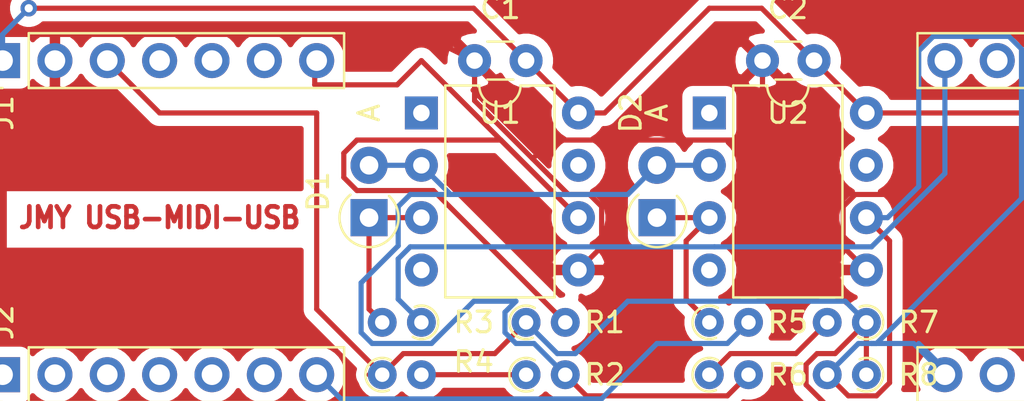
<source format=kicad_pcb>
(kicad_pcb (version 20171130) (host pcbnew "(5.1.10)-1")

  (general
    (thickness 1.6)
    (drawings 1)
    (tracks 142)
    (zones 0)
    (modules 18)
    (nets 13)
  )

  (page A4)
  (layers
    (0 F.Cu signal hide)
    (31 B.Cu signal)
    (32 B.Adhes user)
    (33 F.Adhes user)
    (34 B.Paste user)
    (35 F.Paste user)
    (36 B.SilkS user)
    (37 F.SilkS user)
    (38 B.Mask user)
    (39 F.Mask user)
    (40 Dwgs.User user)
    (41 Cmts.User user)
    (42 Eco1.User user)
    (43 Eco2.User user)
    (44 Edge.Cuts user)
    (45 Margin user)
    (46 B.CrtYd user)
    (47 F.CrtYd user)
    (48 B.Fab user)
    (49 F.Fab user hide)
  )

  (setup
    (last_trace_width 0.25)
    (trace_clearance 0.2)
    (zone_clearance 0.508)
    (zone_45_only no)
    (trace_min 0.2)
    (via_size 0.8)
    (via_drill 0.4)
    (via_min_size 0.4)
    (via_min_drill 0.3)
    (uvia_size 0.3)
    (uvia_drill 0.1)
    (uvias_allowed no)
    (uvia_min_size 0.2)
    (uvia_min_drill 0.1)
    (edge_width 0.05)
    (segment_width 0.2)
    (pcb_text_width 0.3)
    (pcb_text_size 1.5 1.5)
    (mod_edge_width 0.12)
    (mod_text_size 1 1)
    (mod_text_width 0.15)
    (pad_size 1.4 1.4)
    (pad_drill 0.7)
    (pad_to_mask_clearance 0)
    (aux_axis_origin 0 0)
    (grid_origin 95.25 105.41)
    (visible_elements 7FFFFFFF)
    (pcbplotparams
      (layerselection 0x010fc_ffffffff)
      (usegerberextensions false)
      (usegerberattributes true)
      (usegerberadvancedattributes true)
      (creategerberjobfile true)
      (excludeedgelayer true)
      (linewidth 0.100000)
      (plotframeref false)
      (viasonmask false)
      (mode 1)
      (useauxorigin false)
      (hpglpennumber 1)
      (hpglpenspeed 20)
      (hpglpendiameter 15.000000)
      (psnegative false)
      (psa4output false)
      (plotreference true)
      (plotvalue true)
      (plotinvisibletext false)
      (padsonsilk false)
      (subtractmaskfromsilk false)
      (outputformat 1)
      (mirror false)
      (drillshape 0)
      (scaleselection 1)
      (outputdirectory "gerber/"))
  )

  (net 0 "")
  (net 1 GND)
  (net 2 +5V)
  (net 3 "Net-(D1-Pad1)")
  (net 4 "Net-(D1-Pad2)")
  (net 5 "Net-(D2-Pad1)")
  (net 6 +3V3)
  (net 7 "Net-(R2-Pad1)")
  (net 8 "Net-(R6-Pad1)")
  (net 9 "Net-(J1-Pad7)")
  (net 10 "Net-(J2-Pad7)")
  (net 11 "Net-(J3-Pad7)")
  (net 12 "Net-(J4-Pad7)")

  (net_class Default "This is the default net class."
    (clearance 0.2)
    (trace_width 0.25)
    (via_dia 0.8)
    (via_drill 0.4)
    (uvia_dia 0.3)
    (uvia_drill 0.1)
    (add_net +3V3)
    (add_net +5V)
    (add_net GND)
    (add_net "Net-(D1-Pad1)")
    (add_net "Net-(D1-Pad2)")
    (add_net "Net-(D2-Pad1)")
    (add_net "Net-(J1-Pad7)")
    (add_net "Net-(J2-Pad7)")
    (add_net "Net-(J3-Pad7)")
    (add_net "Net-(J4-Pad7)")
    (add_net "Net-(R2-Pad1)")
    (add_net "Net-(R6-Pad1)")
  )

  (module Connector_PinHeader_2.54mm:PinHeader_1x07_P2.54mm_Vertical (layer F.Cu) (tedit 59FED5CC) (tstamp 60C9C5D2)
    (at 157.48 86.36 270)
    (descr "Through hole straight pin header, 1x07, 2.54mm pitch, single row")
    (tags "Through hole pin header THT 1x07 2.54mm single row")
    (path /60CB605F)
    (fp_text reference J4 (at 2.54 0 90) (layer F.SilkS)
      (effects (font (size 1 1) (thickness 0.15)))
    )
    (fp_text value Conn_01x07_Male (at 0 17.57 90) (layer F.Fab)
      (effects (font (size 1 1) (thickness 0.15)))
    )
    (fp_text user %R (at 0 7.62) (layer F.Fab)
      (effects (font (size 1 1) (thickness 0.15)))
    )
    (fp_line (start -0.635 -1.27) (end 1.27 -1.27) (layer F.Fab) (width 0.1))
    (fp_line (start 1.27 -1.27) (end 1.27 16.51) (layer F.Fab) (width 0.1))
    (fp_line (start 1.27 16.51) (end -1.27 16.51) (layer F.Fab) (width 0.1))
    (fp_line (start -1.27 16.51) (end -1.27 -0.635) (layer F.Fab) (width 0.1))
    (fp_line (start -1.27 -0.635) (end -0.635 -1.27) (layer F.Fab) (width 0.1))
    (fp_line (start -1.33 16.57) (end 1.33 16.57) (layer F.SilkS) (width 0.12))
    (fp_line (start -1.33 1.27) (end -1.33 16.57) (layer F.SilkS) (width 0.12))
    (fp_line (start 1.33 1.27) (end 1.33 16.57) (layer F.SilkS) (width 0.12))
    (fp_line (start -1.33 1.27) (end 1.33 1.27) (layer F.SilkS) (width 0.12))
    (fp_line (start -1.33 0) (end -1.33 -1.33) (layer F.SilkS) (width 0.12))
    (fp_line (start -1.33 -1.33) (end 0 -1.33) (layer F.SilkS) (width 0.12))
    (fp_line (start -1.8 -1.8) (end -1.8 17.05) (layer F.CrtYd) (width 0.05))
    (fp_line (start -1.8 17.05) (end 1.8 17.05) (layer F.CrtYd) (width 0.05))
    (fp_line (start 1.8 17.05) (end 1.8 -1.8) (layer F.CrtYd) (width 0.05))
    (fp_line (start 1.8 -1.8) (end -1.8 -1.8) (layer F.CrtYd) (width 0.05))
    (pad 7 thru_hole oval (at 0 15.24 270) (size 1.7 1.7) (drill 1) (layers *.Cu *.Mask)
      (net 12 "Net-(J4-Pad7)"))
    (pad 6 thru_hole oval (at 0 12.7 270) (size 1.7 1.7) (drill 1) (layers *.Cu *.Mask))
    (pad 5 thru_hole oval (at 0 10.16 270) (size 1.7 1.7) (drill 1) (layers *.Cu *.Mask))
    (pad 4 thru_hole oval (at 0 7.62 270) (size 1.7 1.7) (drill 1) (layers *.Cu *.Mask))
    (pad 3 thru_hole oval (at 0 5.08 270) (size 1.7 1.7) (drill 1) (layers *.Cu *.Mask))
    (pad 2 thru_hole oval (at 0 2.54 270) (size 1.7 1.7) (drill 1) (layers *.Cu *.Mask))
    (pad 1 thru_hole rect (at 0 0 270) (size 1.7 1.7) (drill 1) (layers *.Cu *.Mask))
    (model ${KISYS3DMOD}/Connector_PinHeader_2.54mm.3dshapes/PinHeader_1x07_P2.54mm_Vertical.wrl
      (at (xyz 0 0 0))
      (scale (xyz 1 1 1))
      (rotate (xyz 0 0 0))
    )
  )

  (module Connector_PinHeader_2.54mm:PinHeader_1x07_P2.54mm_Vertical (layer F.Cu) (tedit 59FED5CC) (tstamp 60C9C5B7)
    (at 157.48 101.6 270)
    (descr "Through hole straight pin header, 1x07, 2.54mm pitch, single row")
    (tags "Through hole pin header THT 1x07 2.54mm single row")
    (path /60CB0A47)
    (fp_text reference J3 (at -2.54 0 90) (layer F.SilkS)
      (effects (font (size 1 1) (thickness 0.15)))
    )
    (fp_text value Conn_01x07_Male (at 0 17.57 90) (layer F.Fab)
      (effects (font (size 1 1) (thickness 0.15)))
    )
    (fp_text user %R (at 0 7.62) (layer F.Fab)
      (effects (font (size 1 1) (thickness 0.15)))
    )
    (fp_line (start -0.635 -1.27) (end 1.27 -1.27) (layer F.Fab) (width 0.1))
    (fp_line (start 1.27 -1.27) (end 1.27 16.51) (layer F.Fab) (width 0.1))
    (fp_line (start 1.27 16.51) (end -1.27 16.51) (layer F.Fab) (width 0.1))
    (fp_line (start -1.27 16.51) (end -1.27 -0.635) (layer F.Fab) (width 0.1))
    (fp_line (start -1.27 -0.635) (end -0.635 -1.27) (layer F.Fab) (width 0.1))
    (fp_line (start -1.33 16.57) (end 1.33 16.57) (layer F.SilkS) (width 0.12))
    (fp_line (start -1.33 1.27) (end -1.33 16.57) (layer F.SilkS) (width 0.12))
    (fp_line (start 1.33 1.27) (end 1.33 16.57) (layer F.SilkS) (width 0.12))
    (fp_line (start -1.33 1.27) (end 1.33 1.27) (layer F.SilkS) (width 0.12))
    (fp_line (start -1.33 0) (end -1.33 -1.33) (layer F.SilkS) (width 0.12))
    (fp_line (start -1.33 -1.33) (end 0 -1.33) (layer F.SilkS) (width 0.12))
    (fp_line (start -1.8 -1.8) (end -1.8 17.05) (layer F.CrtYd) (width 0.05))
    (fp_line (start -1.8 17.05) (end 1.8 17.05) (layer F.CrtYd) (width 0.05))
    (fp_line (start 1.8 17.05) (end 1.8 -1.8) (layer F.CrtYd) (width 0.05))
    (fp_line (start 1.8 -1.8) (end -1.8 -1.8) (layer F.CrtYd) (width 0.05))
    (pad 7 thru_hole oval (at 0 15.24 270) (size 1.7 1.7) (drill 1) (layers *.Cu *.Mask)
      (net 11 "Net-(J3-Pad7)"))
    (pad 6 thru_hole oval (at 0 12.7 270) (size 1.7 1.7) (drill 1) (layers *.Cu *.Mask))
    (pad 5 thru_hole oval (at 0 10.16 270) (size 1.7 1.7) (drill 1) (layers *.Cu *.Mask))
    (pad 4 thru_hole oval (at 0 7.62 270) (size 1.7 1.7) (drill 1) (layers *.Cu *.Mask))
    (pad 3 thru_hole oval (at 0 5.08 270) (size 1.7 1.7) (drill 1) (layers *.Cu *.Mask)
      (net 6 +3V3))
    (pad 2 thru_hole oval (at 0 2.54 270) (size 1.7 1.7) (drill 1) (layers *.Cu *.Mask)
      (net 1 GND))
    (pad 1 thru_hole rect (at 0 0 270) (size 1.7 1.7) (drill 1) (layers *.Cu *.Mask)
      (net 2 +5V))
    (model ${KISYS3DMOD}/Connector_PinHeader_2.54mm.3dshapes/PinHeader_1x07_P2.54mm_Vertical.wrl
      (at (xyz 0 0 0))
      (scale (xyz 1 1 1))
      (rotate (xyz 0 0 0))
    )
  )

  (module Connector_PinHeader_2.54mm:PinHeader_1x07_P2.54mm_Vertical (layer F.Cu) (tedit 59FED5CC) (tstamp 60C9C59C)
    (at 96.52 101.6 90)
    (descr "Through hole straight pin header, 1x07, 2.54mm pitch, single row")
    (tags "Through hole pin header THT 1x07 2.54mm single row")
    (path /60CA83B4)
    (fp_text reference J2 (at 2.54 0 90) (layer F.SilkS)
      (effects (font (size 1 1) (thickness 0.15)))
    )
    (fp_text value Conn_01x07_Male (at 0 17.57 90) (layer F.Fab)
      (effects (font (size 1 1) (thickness 0.15)))
    )
    (fp_text user %R (at 0 7.62) (layer F.Fab)
      (effects (font (size 1 1) (thickness 0.15)))
    )
    (fp_line (start -0.635 -1.27) (end 1.27 -1.27) (layer F.Fab) (width 0.1))
    (fp_line (start 1.27 -1.27) (end 1.27 16.51) (layer F.Fab) (width 0.1))
    (fp_line (start 1.27 16.51) (end -1.27 16.51) (layer F.Fab) (width 0.1))
    (fp_line (start -1.27 16.51) (end -1.27 -0.635) (layer F.Fab) (width 0.1))
    (fp_line (start -1.27 -0.635) (end -0.635 -1.27) (layer F.Fab) (width 0.1))
    (fp_line (start -1.33 16.57) (end 1.33 16.57) (layer F.SilkS) (width 0.12))
    (fp_line (start -1.33 1.27) (end -1.33 16.57) (layer F.SilkS) (width 0.12))
    (fp_line (start 1.33 1.27) (end 1.33 16.57) (layer F.SilkS) (width 0.12))
    (fp_line (start -1.33 1.27) (end 1.33 1.27) (layer F.SilkS) (width 0.12))
    (fp_line (start -1.33 0) (end -1.33 -1.33) (layer F.SilkS) (width 0.12))
    (fp_line (start -1.33 -1.33) (end 0 -1.33) (layer F.SilkS) (width 0.12))
    (fp_line (start -1.8 -1.8) (end -1.8 17.05) (layer F.CrtYd) (width 0.05))
    (fp_line (start -1.8 17.05) (end 1.8 17.05) (layer F.CrtYd) (width 0.05))
    (fp_line (start 1.8 17.05) (end 1.8 -1.8) (layer F.CrtYd) (width 0.05))
    (fp_line (start 1.8 -1.8) (end -1.8 -1.8) (layer F.CrtYd) (width 0.05))
    (pad 7 thru_hole oval (at 0 15.24 90) (size 1.7 1.7) (drill 1) (layers *.Cu *.Mask)
      (net 10 "Net-(J2-Pad7)"))
    (pad 6 thru_hole oval (at 0 12.7 90) (size 1.7 1.7) (drill 1) (layers *.Cu *.Mask))
    (pad 5 thru_hole oval (at 0 10.16 90) (size 1.7 1.7) (drill 1) (layers *.Cu *.Mask))
    (pad 4 thru_hole oval (at 0 7.62 90) (size 1.7 1.7) (drill 1) (layers *.Cu *.Mask))
    (pad 3 thru_hole oval (at 0 5.08 90) (size 1.7 1.7) (drill 1) (layers *.Cu *.Mask))
    (pad 2 thru_hole oval (at 0 2.54 90) (size 1.7 1.7) (drill 1) (layers *.Cu *.Mask))
    (pad 1 thru_hole rect (at 0 0 90) (size 1.7 1.7) (drill 1) (layers *.Cu *.Mask))
    (model ${KISYS3DMOD}/Connector_PinHeader_2.54mm.3dshapes/PinHeader_1x07_P2.54mm_Vertical.wrl
      (at (xyz 0 0 0))
      (scale (xyz 1 1 1))
      (rotate (xyz 0 0 0))
    )
  )

  (module Connector_PinHeader_2.54mm:PinHeader_1x07_P2.54mm_Vertical (layer F.Cu) (tedit 59FED5CC) (tstamp 60C9C581)
    (at 96.52 86.36 90)
    (descr "Through hole straight pin header, 1x07, 2.54mm pitch, single row")
    (tags "Through hole pin header THT 1x07 2.54mm single row")
    (path /60C9F407)
    (fp_text reference J1 (at -2.54 0 90) (layer F.SilkS)
      (effects (font (size 1 1) (thickness 0.15)))
    )
    (fp_text value Conn_01x07_Male (at 0 17.57 90) (layer F.Fab)
      (effects (font (size 1 1) (thickness 0.15)))
    )
    (fp_text user %R (at 0 7.62) (layer F.Fab)
      (effects (font (size 1 1) (thickness 0.15)))
    )
    (fp_line (start -0.635 -1.27) (end 1.27 -1.27) (layer F.Fab) (width 0.1))
    (fp_line (start 1.27 -1.27) (end 1.27 16.51) (layer F.Fab) (width 0.1))
    (fp_line (start 1.27 16.51) (end -1.27 16.51) (layer F.Fab) (width 0.1))
    (fp_line (start -1.27 16.51) (end -1.27 -0.635) (layer F.Fab) (width 0.1))
    (fp_line (start -1.27 -0.635) (end -0.635 -1.27) (layer F.Fab) (width 0.1))
    (fp_line (start -1.33 16.57) (end 1.33 16.57) (layer F.SilkS) (width 0.12))
    (fp_line (start -1.33 1.27) (end -1.33 16.57) (layer F.SilkS) (width 0.12))
    (fp_line (start 1.33 1.27) (end 1.33 16.57) (layer F.SilkS) (width 0.12))
    (fp_line (start -1.33 1.27) (end 1.33 1.27) (layer F.SilkS) (width 0.12))
    (fp_line (start -1.33 0) (end -1.33 -1.33) (layer F.SilkS) (width 0.12))
    (fp_line (start -1.33 -1.33) (end 0 -1.33) (layer F.SilkS) (width 0.12))
    (fp_line (start -1.8 -1.8) (end -1.8 17.05) (layer F.CrtYd) (width 0.05))
    (fp_line (start -1.8 17.05) (end 1.8 17.05) (layer F.CrtYd) (width 0.05))
    (fp_line (start 1.8 17.05) (end 1.8 -1.8) (layer F.CrtYd) (width 0.05))
    (fp_line (start 1.8 -1.8) (end -1.8 -1.8) (layer F.CrtYd) (width 0.05))
    (pad 7 thru_hole oval (at 0 15.24 90) (size 1.7 1.7) (drill 1) (layers *.Cu *.Mask)
      (net 9 "Net-(J1-Pad7)"))
    (pad 6 thru_hole oval (at 0 12.7 90) (size 1.7 1.7) (drill 1) (layers *.Cu *.Mask))
    (pad 5 thru_hole oval (at 0 10.16 90) (size 1.7 1.7) (drill 1) (layers *.Cu *.Mask))
    (pad 4 thru_hole oval (at 0 7.62 90) (size 1.7 1.7) (drill 1) (layers *.Cu *.Mask))
    (pad 3 thru_hole oval (at 0 5.08 90) (size 1.7 1.7) (drill 1) (layers *.Cu *.Mask)
      (net 6 +3V3))
    (pad 2 thru_hole oval (at 0 2.54 90) (size 1.7 1.7) (drill 1) (layers *.Cu *.Mask)
      (net 1 GND))
    (pad 1 thru_hole rect (at 0 0 90) (size 1.7 1.7) (drill 1) (layers *.Cu *.Mask)
      (net 2 +5V))
    (model ${KISYS3DMOD}/Connector_PinHeader_2.54mm.3dshapes/PinHeader_1x07_P2.54mm_Vertical.wrl
      (at (xyz 0 0 0))
      (scale (xyz 1 1 1))
      (rotate (xyz 0 0 0))
    )
  )

  (module Package_DIP:DIP-8_W7.62mm (layer F.Cu) (tedit 5A02E8C5) (tstamp 60BA5994)
    (at 130.81 88.9)
    (descr "8-lead though-hole mounted DIP package, row spacing 7.62 mm (300 mils)")
    (tags "THT DIP DIL PDIP 2.54mm 7.62mm 300mil")
    (path /60BB733D)
    (fp_text reference U2 (at 3.81 0) (layer F.SilkS)
      (effects (font (size 1 1) (thickness 0.15)))
    )
    (fp_text value 6N138 (at 3.81 9.95) (layer F.Fab)
      (effects (font (size 1 1) (thickness 0.15)))
    )
    (fp_line (start 8.7 -1.55) (end -1.1 -1.55) (layer F.CrtYd) (width 0.05))
    (fp_line (start 8.7 9.15) (end 8.7 -1.55) (layer F.CrtYd) (width 0.05))
    (fp_line (start -1.1 9.15) (end 8.7 9.15) (layer F.CrtYd) (width 0.05))
    (fp_line (start -1.1 -1.55) (end -1.1 9.15) (layer F.CrtYd) (width 0.05))
    (fp_line (start 6.46 -1.33) (end 4.81 -1.33) (layer F.SilkS) (width 0.12))
    (fp_line (start 6.46 8.95) (end 6.46 -1.33) (layer F.SilkS) (width 0.12))
    (fp_line (start 1.16 8.95) (end 6.46 8.95) (layer F.SilkS) (width 0.12))
    (fp_line (start 1.16 -1.33) (end 1.16 8.95) (layer F.SilkS) (width 0.12))
    (fp_line (start 2.81 -1.33) (end 1.16 -1.33) (layer F.SilkS) (width 0.12))
    (fp_line (start 0.635 -0.27) (end 1.635 -1.27) (layer F.Fab) (width 0.1))
    (fp_line (start 0.635 8.89) (end 0.635 -0.27) (layer F.Fab) (width 0.1))
    (fp_line (start 6.985 8.89) (end 0.635 8.89) (layer F.Fab) (width 0.1))
    (fp_line (start 6.985 -1.27) (end 6.985 8.89) (layer F.Fab) (width 0.1))
    (fp_line (start 1.635 -1.27) (end 6.985 -1.27) (layer F.Fab) (width 0.1))
    (fp_text user %R (at 3.81 3.81) (layer F.Fab)
      (effects (font (size 1 1) (thickness 0.15)))
    )
    (fp_arc (start 3.81 -1.33) (end 2.81 -1.33) (angle -180) (layer F.SilkS) (width 0.12))
    (pad 8 thru_hole oval (at 7.62 0) (size 1.6 1.6) (drill 0.8) (layers *.Cu *.Mask)
      (net 2 +5V))
    (pad 4 thru_hole oval (at 0 7.62) (size 1.6 1.6) (drill 0.8) (layers *.Cu *.Mask))
    (pad 7 thru_hole oval (at 7.62 2.54) (size 1.6 1.6) (drill 0.8) (layers *.Cu *.Mask))
    (pad 3 thru_hole oval (at 0 5.08) (size 1.6 1.6) (drill 0.8) (layers *.Cu *.Mask)
      (net 5 "Net-(D2-Pad1)"))
    (pad 6 thru_hole oval (at 7.62 5.08) (size 1.6 1.6) (drill 0.8) (layers *.Cu *.Mask)
      (net 11 "Net-(J3-Pad7)"))
    (pad 2 thru_hole oval (at 0 2.54) (size 1.6 1.6) (drill 0.8) (layers *.Cu *.Mask)
      (net 4 "Net-(D1-Pad2)"))
    (pad 5 thru_hole oval (at 7.62 7.62) (size 1.6 1.6) (drill 0.8) (layers *.Cu *.Mask)
      (net 1 GND))
    (pad 1 thru_hole rect (at 0 0) (size 1.6 1.6) (drill 0.8) (layers *.Cu *.Mask))
    (model ${KISYS3DMOD}/Package_DIP.3dshapes/DIP-8_W7.62mm.wrl
      (at (xyz 0 0 0))
      (scale (xyz 1 1 1))
      (rotate (xyz 0 0 0))
    )
  )

  (module Resistor_THT:R_Axial_DIN0204_L3.6mm_D1.6mm_P1.90mm_Vertical (layer F.Cu) (tedit 60BA248C) (tstamp 60BA5916)
    (at 114.94 101.6)
    (descr "Resistor, Axial_DIN0204 series, Axial, Vertical, pin pitch=1.9mm, 0.167W, length*diameter=3.6*1.6mm^2, http://cdn-reichelt.de/documents/datenblatt/B400/1_4W%23YAG.pdf")
    (tags "Resistor Axial_DIN0204 series Axial Vertical pin pitch 1.9mm 0.167W length 3.6mm diameter 1.6mm")
    (path /60BAA998)
    (fp_text reference R3 (at 4.44 -2.54) (layer F.SilkS)
      (effects (font (size 1 1) (thickness 0.15)))
    )
    (fp_text value 47 (at 0.95 1.92) (layer F.Fab)
      (effects (font (size 1 1) (thickness 0.15)))
    )
    (fp_circle (center 0 0) (end 0.8 0) (layer F.Fab) (width 0.1))
    (fp_line (start 0 0) (end 1.9 0) (layer F.Fab) (width 0.1))
    (fp_line (start -1.05 -1.05) (end -1.05 1.05) (layer F.CrtYd) (width 0.05))
    (fp_line (start -1.05 1.05) (end 2.86 1.05) (layer F.CrtYd) (width 0.05))
    (fp_line (start 2.86 1.05) (end 2.86 -1.05) (layer F.CrtYd) (width 0.05))
    (fp_line (start 2.86 -1.05) (end -1.05 -1.05) (layer F.CrtYd) (width 0.05))
    (fp_arc (start 0 0) (end 0.417133 -0.7) (angle -233.92106) (layer F.SilkS) (width 0.12))
    (fp_text user %R (at 0.95 -1.92) (layer F.Fab)
      (effects (font (size 1 1) (thickness 0.15)))
    )
    (pad 1 thru_hole circle (at 0 0) (size 1.4 1.4) (drill 0.7) (layers *.Cu *.Mask)
      (net 6 +3V3))
    (pad 2 thru_hole oval (at 1.9 0) (size 1.4 1.4) (drill 0.7) (layers *.Cu *.Mask)
      (net 7 "Net-(R2-Pad1)"))
    (model ${KISYS3DMOD}/Resistor_THT.3dshapes/R_Axial_DIN0204_L3.6mm_D1.6mm_P1.90mm_Vertical.wrl
      (at (xyz 0 0 0))
      (scale (xyz 1 1 1))
      (rotate (xyz 0 0 0))
    )
  )

  (module Package_DIP:DIP-8_W7.62mm (layer F.Cu) (tedit 5A02E8C5) (tstamp 60BA5978)
    (at 116.84 88.9)
    (descr "8-lead though-hole mounted DIP package, row spacing 7.62 mm (300 mils)")
    (tags "THT DIP DIL PDIP 2.54mm 7.62mm 300mil")
    (path /60B9ED56)
    (fp_text reference U1 (at 3.81 0) (layer F.SilkS)
      (effects (font (size 1 1) (thickness 0.15)))
    )
    (fp_text value 6N138 (at 3.81 9.95) (layer F.Fab)
      (effects (font (size 1 1) (thickness 0.15)))
    )
    (fp_line (start 8.7 -1.55) (end -1.1 -1.55) (layer F.CrtYd) (width 0.05))
    (fp_line (start 8.7 9.15) (end 8.7 -1.55) (layer F.CrtYd) (width 0.05))
    (fp_line (start -1.1 9.15) (end 8.7 9.15) (layer F.CrtYd) (width 0.05))
    (fp_line (start -1.1 -1.55) (end -1.1 9.15) (layer F.CrtYd) (width 0.05))
    (fp_line (start 6.46 -1.33) (end 4.81 -1.33) (layer F.SilkS) (width 0.12))
    (fp_line (start 6.46 8.95) (end 6.46 -1.33) (layer F.SilkS) (width 0.12))
    (fp_line (start 1.16 8.95) (end 6.46 8.95) (layer F.SilkS) (width 0.12))
    (fp_line (start 1.16 -1.33) (end 1.16 8.95) (layer F.SilkS) (width 0.12))
    (fp_line (start 2.81 -1.33) (end 1.16 -1.33) (layer F.SilkS) (width 0.12))
    (fp_line (start 0.635 -0.27) (end 1.635 -1.27) (layer F.Fab) (width 0.1))
    (fp_line (start 0.635 8.89) (end 0.635 -0.27) (layer F.Fab) (width 0.1))
    (fp_line (start 6.985 8.89) (end 0.635 8.89) (layer F.Fab) (width 0.1))
    (fp_line (start 6.985 -1.27) (end 6.985 8.89) (layer F.Fab) (width 0.1))
    (fp_line (start 1.635 -1.27) (end 6.985 -1.27) (layer F.Fab) (width 0.1))
    (fp_text user %R (at 3.81 3.81) (layer F.Fab)
      (effects (font (size 1 1) (thickness 0.15)))
    )
    (fp_arc (start 3.81 -1.33) (end 2.81 -1.33) (angle -180) (layer F.SilkS) (width 0.12))
    (pad 8 thru_hole oval (at 7.62 0) (size 1.6 1.6) (drill 0.8) (layers *.Cu *.Mask)
      (net 2 +5V))
    (pad 4 thru_hole oval (at 0 7.62) (size 1.6 1.6) (drill 0.8) (layers *.Cu *.Mask))
    (pad 7 thru_hole oval (at 7.62 2.54) (size 1.6 1.6) (drill 0.8) (layers *.Cu *.Mask))
    (pad 3 thru_hole oval (at 0 5.08) (size 1.6 1.6) (drill 0.8) (layers *.Cu *.Mask)
      (net 3 "Net-(D1-Pad1)"))
    (pad 6 thru_hole oval (at 7.62 5.08) (size 1.6 1.6) (drill 0.8) (layers *.Cu *.Mask)
      (net 9 "Net-(J1-Pad7)"))
    (pad 2 thru_hole oval (at 0 2.54) (size 1.6 1.6) (drill 0.8) (layers *.Cu *.Mask)
      (net 4 "Net-(D1-Pad2)"))
    (pad 5 thru_hole oval (at 7.62 7.62) (size 1.6 1.6) (drill 0.8) (layers *.Cu *.Mask)
      (net 1 GND))
    (pad 1 thru_hole rect (at 0 0) (size 1.6 1.6) (drill 0.8) (layers *.Cu *.Mask))
    (model ${KISYS3DMOD}/Package_DIP.3dshapes/DIP-8_W7.62mm.wrl
      (at (xyz 0 0 0))
      (scale (xyz 1 1 1))
      (rotate (xyz 0 0 0))
    )
  )

  (module Capacitor_THT:C_Disc_D3.0mm_W1.6mm_P2.50mm (layer F.Cu) (tedit 5AE50EF0) (tstamp 60BA580F)
    (at 121.92 86.36 180)
    (descr "C, Disc series, Radial, pin pitch=2.50mm, , diameter*width=3.0*1.6mm^2, Capacitor, http://www.vishay.com/docs/45233/krseries.pdf")
    (tags "C Disc series Radial pin pitch 2.50mm  diameter 3.0mm width 1.6mm Capacitor")
    (path /60BA4E11)
    (fp_text reference C1 (at 1.25 2.54) (layer F.SilkS)
      (effects (font (size 1 1) (thickness 0.15)))
    )
    (fp_text value 100nF (at 1.25 2.05) (layer F.Fab)
      (effects (font (size 1 1) (thickness 0.15)))
    )
    (fp_line (start 3.55 -1.05) (end -1.05 -1.05) (layer F.CrtYd) (width 0.05))
    (fp_line (start 3.55 1.05) (end 3.55 -1.05) (layer F.CrtYd) (width 0.05))
    (fp_line (start -1.05 1.05) (end 3.55 1.05) (layer F.CrtYd) (width 0.05))
    (fp_line (start -1.05 -1.05) (end -1.05 1.05) (layer F.CrtYd) (width 0.05))
    (fp_line (start 0.621 0.92) (end 1.879 0.92) (layer F.SilkS) (width 0.12))
    (fp_line (start 0.621 -0.92) (end 1.879 -0.92) (layer F.SilkS) (width 0.12))
    (fp_line (start 2.75 -0.8) (end -0.25 -0.8) (layer F.Fab) (width 0.1))
    (fp_line (start 2.75 0.8) (end 2.75 -0.8) (layer F.Fab) (width 0.1))
    (fp_line (start -0.25 0.8) (end 2.75 0.8) (layer F.Fab) (width 0.1))
    (fp_line (start -0.25 -0.8) (end -0.25 0.8) (layer F.Fab) (width 0.1))
    (fp_text user %R (at 1.25 0) (layer F.Fab)
      (effects (font (size 0.6 0.6) (thickness 0.09)))
    )
    (pad 2 thru_hole circle (at 2.5 0 180) (size 1.6 1.6) (drill 0.8) (layers *.Cu *.Mask)
      (net 1 GND))
    (pad 1 thru_hole circle (at 0 0 180) (size 1.6 1.6) (drill 0.8) (layers *.Cu *.Mask)
      (net 2 +5V))
    (model ${KISYS3DMOD}/Capacitor_THT.3dshapes/C_Disc_D3.0mm_W1.6mm_P2.50mm.wrl
      (at (xyz 0 0 0))
      (scale (xyz 1 1 1))
      (rotate (xyz 0 0 0))
    )
  )

  (module Capacitor_THT:C_Disc_D3.0mm_W1.6mm_P2.50mm (layer F.Cu) (tedit 60BA212A) (tstamp 60BA5820)
    (at 135.89 86.36 180)
    (descr "C, Disc series, Radial, pin pitch=2.50mm, , diameter*width=3.0*1.6mm^2, Capacitor, http://www.vishay.com/docs/45233/krseries.pdf")
    (tags "C Disc series Radial pin pitch 2.50mm  diameter 3.0mm width 1.6mm Capacitor")
    (path /60BB7359)
    (fp_text reference C2 (at 1.27 2.54) (layer F.SilkS)
      (effects (font (size 1 1) (thickness 0.15)))
    )
    (fp_text value 100nF (at 1.25 2.05) (layer F.Fab)
      (effects (font (size 1 1) (thickness 0.15)))
    )
    (fp_line (start -0.25 -0.8) (end -0.25 0.8) (layer F.Fab) (width 0.1))
    (fp_line (start -0.25 0.8) (end 2.75 0.8) (layer F.Fab) (width 0.1))
    (fp_line (start 2.75 0.8) (end 2.75 -0.8) (layer F.Fab) (width 0.1))
    (fp_line (start 2.75 -0.8) (end -0.25 -0.8) (layer F.Fab) (width 0.1))
    (fp_line (start 0.621 -0.92) (end 1.879 -0.92) (layer F.SilkS) (width 0.12))
    (fp_line (start 0.621 0.92) (end 1.879 0.92) (layer F.SilkS) (width 0.12))
    (fp_line (start -1.05 -1.05) (end -1.05 1.05) (layer F.CrtYd) (width 0.05))
    (fp_line (start -1.05 1.05) (end 3.55 1.05) (layer F.CrtYd) (width 0.05))
    (fp_line (start 3.55 1.05) (end 3.55 -1.05) (layer F.CrtYd) (width 0.05))
    (fp_line (start 3.55 -1.05) (end -1.05 -1.05) (layer F.CrtYd) (width 0.05))
    (fp_text user %R (at 1.25 0) (layer F.Fab)
      (effects (font (size 0.6 0.6) (thickness 0.09)))
    )
    (pad 1 thru_hole circle (at 0 0 180) (size 1.6 1.6) (drill 0.8) (layers *.Cu *.Mask)
      (net 2 +5V))
    (pad 2 thru_hole circle (at 2.5 0 180) (size 1.6 1.6) (drill 0.8) (layers *.Cu *.Mask)
      (net 1 GND))
    (model ${KISYS3DMOD}/Capacitor_THT.3dshapes/C_Disc_D3.0mm_W1.6mm_P2.50mm.wrl
      (at (xyz 0 0 0))
      (scale (xyz 1 1 1))
      (rotate (xyz 0 0 0))
    )
  )

  (module Diode_THT:D_A-405_P2.54mm_Vertical_AnodeUp (layer F.Cu) (tedit 5AE50CD5) (tstamp 60BA5830)
    (at 114.3 93.98 90)
    (descr "Diode, A-405 series, Axial, Vertical, pin pitch=2.54mm, , length*diameter=5.2*2.7mm^2, , http://www.diodes.com/_files/packages/A-405.pdf")
    (tags "Diode A-405 series Axial Vertical pin pitch 2.54mm  length 5.2mm diameter 2.7mm")
    (path /60BA8A1F)
    (fp_text reference D1 (at 1.27 -2.47 90) (layer F.SilkS)
      (effects (font (size 1 1) (thickness 0.15)))
    )
    (fp_text value DIODE (at 1.27 3.359 90) (layer F.Fab)
      (effects (font (size 1 1) (thickness 0.15)))
    )
    (fp_circle (center 0 0) (end 1.35 0) (layer F.Fab) (width 0.1))
    (fp_line (start 0 0) (end 2.54 0) (layer F.Fab) (width 0.1))
    (fp_line (start -1.6 -1.6) (end -1.6 1.6) (layer F.CrtYd) (width 0.05))
    (fp_line (start -1.6 1.6) (end 3.69 1.6) (layer F.CrtYd) (width 0.05))
    (fp_line (start 3.69 1.6) (end 3.69 -1.6) (layer F.CrtYd) (width 0.05))
    (fp_line (start 3.69 -1.6) (end -1.6 -1.6) (layer F.CrtYd) (width 0.05))
    (fp_arc (start 0 0) (end 1.113239 -0.9) (angle -278.451986) (layer F.SilkS) (width 0.12))
    (fp_text user %R (at 1.27 -2.47 90) (layer F.Fab)
      (effects (font (size 1 1) (thickness 0.15)))
    )
    (fp_text user A (at 4.44 0 90) (layer F.Fab)
      (effects (font (size 1 1) (thickness 0.15)))
    )
    (fp_text user A (at 5.08 0 90) (layer F.SilkS)
      (effects (font (size 1 1) (thickness 0.15)))
    )
    (pad 1 thru_hole rect (at 0 0 90) (size 1.8 1.8) (drill 0.9) (layers *.Cu *.Mask)
      (net 3 "Net-(D1-Pad1)"))
    (pad 2 thru_hole oval (at 2.54 0 90) (size 1.8 1.8) (drill 0.9) (layers *.Cu *.Mask)
      (net 4 "Net-(D1-Pad2)"))
    (model ${KISYS3DMOD}/Diode_THT.3dshapes/D_A-405_P2.54mm_Vertical_AnodeUp.wrl
      (at (xyz 0 0 0))
      (scale (xyz 1 1 1))
      (rotate (xyz 0 0 0))
    )
  )

  (module Diode_THT:D_A-405_P2.54mm_Vertical_AnodeUp (layer F.Cu) (tedit 5AE50CD5) (tstamp 60BA5840)
    (at 128.27 93.98 90)
    (descr "Diode, A-405 series, Axial, Vertical, pin pitch=2.54mm, , length*diameter=5.2*2.7mm^2, , http://www.diodes.com/_files/packages/A-405.pdf")
    (tags "Diode A-405 series Axial Vertical pin pitch 2.54mm  length 5.2mm diameter 2.7mm")
    (path /60BB7373)
    (fp_text reference D2 (at 5.08 -1.27 90) (layer F.SilkS)
      (effects (font (size 1 1) (thickness 0.15)))
    )
    (fp_text value DIODE (at 1.27 3.359 90) (layer F.Fab)
      (effects (font (size 1 1) (thickness 0.15)))
    )
    (fp_line (start 3.69 -1.6) (end -1.6 -1.6) (layer F.CrtYd) (width 0.05))
    (fp_line (start 3.69 1.6) (end 3.69 -1.6) (layer F.CrtYd) (width 0.05))
    (fp_line (start -1.6 1.6) (end 3.69 1.6) (layer F.CrtYd) (width 0.05))
    (fp_line (start -1.6 -1.6) (end -1.6 1.6) (layer F.CrtYd) (width 0.05))
    (fp_line (start 0 0) (end 2.54 0) (layer F.Fab) (width 0.1))
    (fp_circle (center 0 0) (end 1.35 0) (layer F.Fab) (width 0.1))
    (fp_text user A (at 5.08 0 90) (layer F.SilkS)
      (effects (font (size 1 1) (thickness 0.15)))
    )
    (fp_text user A (at 4.44 0 90) (layer F.Fab)
      (effects (font (size 1 1) (thickness 0.15)))
    )
    (fp_text user %R (at 1.27 -2.47 90) (layer F.Fab)
      (effects (font (size 1 1) (thickness 0.15)))
    )
    (fp_arc (start 0 0) (end 1.113239 -0.9) (angle -278.451986) (layer F.SilkS) (width 0.12))
    (pad 2 thru_hole oval (at 2.54 0 90) (size 1.8 1.8) (drill 0.9) (layers *.Cu *.Mask)
      (net 4 "Net-(D1-Pad2)"))
    (pad 1 thru_hole rect (at 0 0 90) (size 1.8 1.8) (drill 0.9) (layers *.Cu *.Mask)
      (net 5 "Net-(D2-Pad1)"))
    (model ${KISYS3DMOD}/Diode_THT.3dshapes/D_A-405_P2.54mm_Vertical_AnodeUp.wrl
      (at (xyz 0 0 0))
      (scale (xyz 1 1 1))
      (rotate (xyz 0 0 0))
    )
  )

  (module Resistor_THT:R_Axial_DIN0204_L3.6mm_D1.6mm_P1.90mm_Vertical (layer F.Cu) (tedit 5AE5139B) (tstamp 60BA58FA)
    (at 121.92 99.06)
    (descr "Resistor, Axial_DIN0204 series, Axial, Vertical, pin pitch=1.9mm, 0.167W, length*diameter=3.6*1.6mm^2, http://cdn-reichelt.de/documents/datenblatt/B400/1_4W%23YAG.pdf")
    (tags "Resistor Axial_DIN0204 series Axial Vertical pin pitch 1.9mm 0.167W length 3.6mm diameter 1.6mm")
    (path /60BA0F33)
    (fp_text reference R1 (at 3.81 0) (layer F.SilkS)
      (effects (font (size 1 1) (thickness 0.15)))
    )
    (fp_text value 470R (at 0.95 1.92) (layer F.Fab)
      (effects (font (size 1 1) (thickness 0.15)))
    )
    (fp_circle (center 0 0) (end 0.8 0) (layer F.Fab) (width 0.1))
    (fp_line (start 0 0) (end 1.9 0) (layer F.Fab) (width 0.1))
    (fp_line (start -1.05 -1.05) (end -1.05 1.05) (layer F.CrtYd) (width 0.05))
    (fp_line (start -1.05 1.05) (end 2.86 1.05) (layer F.CrtYd) (width 0.05))
    (fp_line (start 2.86 1.05) (end 2.86 -1.05) (layer F.CrtYd) (width 0.05))
    (fp_line (start 2.86 -1.05) (end -1.05 -1.05) (layer F.CrtYd) (width 0.05))
    (fp_arc (start 0 0) (end 0.417133 -0.7) (angle -233.92106) (layer F.SilkS) (width 0.12))
    (fp_text user %R (at 0.95 -1.92) (layer F.Fab)
      (effects (font (size 1 1) (thickness 0.15)))
    )
    (pad 1 thru_hole circle (at 0 0) (size 1.4 1.4) (drill 0.7) (layers *.Cu *.Mask)
      (net 6 +3V3))
    (pad 2 thru_hole oval (at 1.9 0) (size 1.4 1.4) (drill 0.7) (layers *.Cu *.Mask)
      (net 9 "Net-(J1-Pad7)"))
    (model ${KISYS3DMOD}/Resistor_THT.3dshapes/R_Axial_DIN0204_L3.6mm_D1.6mm_P1.90mm_Vertical.wrl
      (at (xyz 0 0 0))
      (scale (xyz 1 1 1))
      (rotate (xyz 0 0 0))
    )
  )

  (module Resistor_THT:R_Axial_DIN0204_L3.6mm_D1.6mm_P1.90mm_Vertical (layer F.Cu) (tedit 5AE5139B) (tstamp 60BA5908)
    (at 121.92 101.6)
    (descr "Resistor, Axial_DIN0204 series, Axial, Vertical, pin pitch=1.9mm, 0.167W, length*diameter=3.6*1.6mm^2, http://cdn-reichelt.de/documents/datenblatt/B400/1_4W%23YAG.pdf")
    (tags "Resistor Axial_DIN0204 series Axial Vertical pin pitch 1.9mm 0.167W length 3.6mm diameter 1.6mm")
    (path /60BAA46E)
    (fp_text reference R2 (at 3.81 0) (layer F.SilkS)
      (effects (font (size 1 1) (thickness 0.15)))
    )
    (fp_text value 220 (at 0.95 1.92) (layer F.Fab)
      (effects (font (size 1 1) (thickness 0.15)))
    )
    (fp_line (start 2.86 -1.05) (end -1.05 -1.05) (layer F.CrtYd) (width 0.05))
    (fp_line (start 2.86 1.05) (end 2.86 -1.05) (layer F.CrtYd) (width 0.05))
    (fp_line (start -1.05 1.05) (end 2.86 1.05) (layer F.CrtYd) (width 0.05))
    (fp_line (start -1.05 -1.05) (end -1.05 1.05) (layer F.CrtYd) (width 0.05))
    (fp_line (start 0 0) (end 1.9 0) (layer F.Fab) (width 0.1))
    (fp_circle (center 0 0) (end 0.8 0) (layer F.Fab) (width 0.1))
    (fp_text user %R (at 0.95 -1.92) (layer F.Fab)
      (effects (font (size 1 1) (thickness 0.15)))
    )
    (fp_arc (start 0 0) (end 0.417133 -0.7) (angle -233.92106) (layer F.SilkS) (width 0.12))
    (pad 2 thru_hole oval (at 1.9 0) (size 1.4 1.4) (drill 0.7) (layers *.Cu *.Mask)
      (net 4 "Net-(D1-Pad2)"))
    (pad 1 thru_hole circle (at 0 0) (size 1.4 1.4) (drill 0.7) (layers *.Cu *.Mask)
      (net 7 "Net-(R2-Pad1)"))
    (model ${KISYS3DMOD}/Resistor_THT.3dshapes/R_Axial_DIN0204_L3.6mm_D1.6mm_P1.90mm_Vertical.wrl
      (at (xyz 0 0 0))
      (scale (xyz 1 1 1))
      (rotate (xyz 0 0 0))
    )
  )

  (module Resistor_THT:R_Axial_DIN0204_L3.6mm_D1.6mm_P1.90mm_Vertical (layer F.Cu) (tedit 5AE5139B) (tstamp 60BA5924)
    (at 116.84 99.06 180)
    (descr "Resistor, Axial_DIN0204 series, Axial, Vertical, pin pitch=1.9mm, 0.167W, length*diameter=3.6*1.6mm^2, http://cdn-reichelt.de/documents/datenblatt/B400/1_4W%23YAG.pdf")
    (tags "Resistor Axial_DIN0204 series Axial Vertical pin pitch 1.9mm 0.167W length 3.6mm diameter 1.6mm")
    (path /60BABCB3)
    (fp_text reference R4 (at -2.54 -1.92) (layer F.SilkS)
      (effects (font (size 1 1) (thickness 0.15)))
    )
    (fp_text value 47 (at 0.95 1.92) (layer F.Fab)
      (effects (font (size 1 1) (thickness 0.15)))
    )
    (fp_line (start 2.86 -1.05) (end -1.05 -1.05) (layer F.CrtYd) (width 0.05))
    (fp_line (start 2.86 1.05) (end 2.86 -1.05) (layer F.CrtYd) (width 0.05))
    (fp_line (start -1.05 1.05) (end 2.86 1.05) (layer F.CrtYd) (width 0.05))
    (fp_line (start -1.05 -1.05) (end -1.05 1.05) (layer F.CrtYd) (width 0.05))
    (fp_line (start 0 0) (end 1.9 0) (layer F.Fab) (width 0.1))
    (fp_circle (center 0 0) (end 0.8 0) (layer F.Fab) (width 0.1))
    (fp_text user %R (at 0.95 -1.92) (layer F.Fab)
      (effects (font (size 1 1) (thickness 0.15)))
    )
    (fp_arc (start 0 0) (end 0.417133 -0.7) (angle -233.92106) (layer F.SilkS) (width 0.12))
    (pad 2 thru_hole oval (at 1.9 0 180) (size 1.4 1.4) (drill 0.7) (layers *.Cu *.Mask)
      (net 3 "Net-(D1-Pad1)"))
    (pad 1 thru_hole circle (at 0 0 180) (size 1.4 1.4) (drill 0.7) (layers *.Cu *.Mask)
      (net 12 "Net-(J4-Pad7)"))
    (model ${KISYS3DMOD}/Resistor_THT.3dshapes/R_Axial_DIN0204_L3.6mm_D1.6mm_P1.90mm_Vertical.wrl
      (at (xyz 0 0 0))
      (scale (xyz 1 1 1))
      (rotate (xyz 0 0 0))
    )
  )

  (module Resistor_THT:R_Axial_DIN0204_L3.6mm_D1.6mm_P1.90mm_Vertical (layer F.Cu) (tedit 5AE5139B) (tstamp 60BA5932)
    (at 130.81 99.06)
    (descr "Resistor, Axial_DIN0204 series, Axial, Vertical, pin pitch=1.9mm, 0.167W, length*diameter=3.6*1.6mm^2, http://cdn-reichelt.de/documents/datenblatt/B400/1_4W%23YAG.pdf")
    (tags "Resistor Axial_DIN0204 series Axial Vertical pin pitch 1.9mm 0.167W length 3.6mm diameter 1.6mm")
    (path /60BB7393)
    (fp_text reference R5 (at 3.81 0) (layer F.SilkS)
      (effects (font (size 1 1) (thickness 0.15)))
    )
    (fp_text value 47 (at 0.95 1.92) (layer F.Fab)
      (effects (font (size 1 1) (thickness 0.15)))
    )
    (fp_line (start 2.86 -1.05) (end -1.05 -1.05) (layer F.CrtYd) (width 0.05))
    (fp_line (start 2.86 1.05) (end 2.86 -1.05) (layer F.CrtYd) (width 0.05))
    (fp_line (start -1.05 1.05) (end 2.86 1.05) (layer F.CrtYd) (width 0.05))
    (fp_line (start -1.05 -1.05) (end -1.05 1.05) (layer F.CrtYd) (width 0.05))
    (fp_line (start 0 0) (end 1.9 0) (layer F.Fab) (width 0.1))
    (fp_circle (center 0 0) (end 0.8 0) (layer F.Fab) (width 0.1))
    (fp_text user %R (at 0.95 -1.92) (layer F.Fab)
      (effects (font (size 1 1) (thickness 0.15)))
    )
    (fp_arc (start 0 0) (end 0.417133 -0.7) (angle -233.92106) (layer F.SilkS) (width 0.12))
    (pad 2 thru_hole oval (at 1.9 0) (size 1.4 1.4) (drill 0.7) (layers *.Cu *.Mask)
      (net 10 "Net-(J2-Pad7)"))
    (pad 1 thru_hole circle (at 0 0) (size 1.4 1.4) (drill 0.7) (layers *.Cu *.Mask)
      (net 5 "Net-(D2-Pad1)"))
    (model ${KISYS3DMOD}/Resistor_THT.3dshapes/R_Axial_DIN0204_L3.6mm_D1.6mm_P1.90mm_Vertical.wrl
      (at (xyz 0 0 0))
      (scale (xyz 1 1 1))
      (rotate (xyz 0 0 0))
    )
  )

  (module Resistor_THT:R_Axial_DIN0204_L3.6mm_D1.6mm_P1.90mm_Vertical (layer F.Cu) (tedit 5AE5139B) (tstamp 60BA5940)
    (at 130.81 101.6)
    (descr "Resistor, Axial_DIN0204 series, Axial, Vertical, pin pitch=1.9mm, 0.167W, length*diameter=3.6*1.6mm^2, http://cdn-reichelt.de/documents/datenblatt/B400/1_4W%23YAG.pdf")
    (tags "Resistor Axial_DIN0204 series Axial Vertical pin pitch 1.9mm 0.167W length 3.6mm diameter 1.6mm")
    (path /60BB737D)
    (fp_text reference R6 (at 3.81 0) (layer F.SilkS)
      (effects (font (size 1 1) (thickness 0.15)))
    )
    (fp_text value 220 (at 0.95 1.92) (layer F.Fab)
      (effects (font (size 1 1) (thickness 0.15)))
    )
    (fp_line (start 2.86 -1.05) (end -1.05 -1.05) (layer F.CrtYd) (width 0.05))
    (fp_line (start 2.86 1.05) (end 2.86 -1.05) (layer F.CrtYd) (width 0.05))
    (fp_line (start -1.05 1.05) (end 2.86 1.05) (layer F.CrtYd) (width 0.05))
    (fp_line (start -1.05 -1.05) (end -1.05 1.05) (layer F.CrtYd) (width 0.05))
    (fp_line (start 0 0) (end 1.9 0) (layer F.Fab) (width 0.1))
    (fp_circle (center 0 0) (end 0.8 0) (layer F.Fab) (width 0.1))
    (fp_text user %R (at 0.95 -1.92) (layer F.Fab)
      (effects (font (size 1 1) (thickness 0.15)))
    )
    (fp_arc (start 0 0) (end 0.417133 -0.7) (angle -233.92106) (layer F.SilkS) (width 0.12))
    (pad 2 thru_hole oval (at 1.9 0) (size 1.4 1.4) (drill 0.7) (layers *.Cu *.Mask)
      (net 4 "Net-(D1-Pad2)"))
    (pad 1 thru_hole circle (at 0 0) (size 1.4 1.4) (drill 0.7) (layers *.Cu *.Mask)
      (net 8 "Net-(R6-Pad1)"))
    (model ${KISYS3DMOD}/Resistor_THT.3dshapes/R_Axial_DIN0204_L3.6mm_D1.6mm_P1.90mm_Vertical.wrl
      (at (xyz 0 0 0))
      (scale (xyz 1 1 1))
      (rotate (xyz 0 0 0))
    )
  )

  (module Resistor_THT:R_Axial_DIN0204_L3.6mm_D1.6mm_P1.90mm_Vertical (layer F.Cu) (tedit 5AE5139B) (tstamp 60BA594E)
    (at 138.43 99.06 180)
    (descr "Resistor, Axial_DIN0204 series, Axial, Vertical, pin pitch=1.9mm, 0.167W, length*diameter=3.6*1.6mm^2, http://cdn-reichelt.de/documents/datenblatt/B400/1_4W%23YAG.pdf")
    (tags "Resistor Axial_DIN0204 series Axial Vertical pin pitch 1.9mm 0.167W length 3.6mm diameter 1.6mm")
    (path /60BB7383)
    (fp_text reference R7 (at -2.54 0) (layer F.SilkS)
      (effects (font (size 1 1) (thickness 0.15)))
    )
    (fp_text value 47 (at 0.95 1.92) (layer F.Fab)
      (effects (font (size 1 1) (thickness 0.15)))
    )
    (fp_circle (center 0 0) (end 0.8 0) (layer F.Fab) (width 0.1))
    (fp_line (start 0 0) (end 1.9 0) (layer F.Fab) (width 0.1))
    (fp_line (start -1.05 -1.05) (end -1.05 1.05) (layer F.CrtYd) (width 0.05))
    (fp_line (start -1.05 1.05) (end 2.86 1.05) (layer F.CrtYd) (width 0.05))
    (fp_line (start 2.86 1.05) (end 2.86 -1.05) (layer F.CrtYd) (width 0.05))
    (fp_line (start 2.86 -1.05) (end -1.05 -1.05) (layer F.CrtYd) (width 0.05))
    (fp_arc (start 0 0) (end 0.417133 -0.7) (angle -233.92106) (layer F.SilkS) (width 0.12))
    (fp_text user %R (at 0.95 -1.92) (layer F.Fab)
      (effects (font (size 1 1) (thickness 0.15)))
    )
    (pad 1 thru_hole circle (at 0 0 180) (size 1.4 1.4) (drill 0.7) (layers *.Cu *.Mask)
      (net 6 +3V3))
    (pad 2 thru_hole oval (at 1.9 0 180) (size 1.4 1.4) (drill 0.7) (layers *.Cu *.Mask)
      (net 8 "Net-(R6-Pad1)"))
    (model ${KISYS3DMOD}/Resistor_THT.3dshapes/R_Axial_DIN0204_L3.6mm_D1.6mm_P1.90mm_Vertical.wrl
      (at (xyz 0 0 0))
      (scale (xyz 1 1 1))
      (rotate (xyz 0 0 0))
    )
  )

  (module Resistor_THT:R_Axial_DIN0204_L3.6mm_D1.6mm_P1.90mm_Vertical (layer F.Cu) (tedit 5AE5139B) (tstamp 60BA595C)
    (at 138.43 101.6 180)
    (descr "Resistor, Axial_DIN0204 series, Axial, Vertical, pin pitch=1.9mm, 0.167W, length*diameter=3.6*1.6mm^2, http://cdn-reichelt.de/documents/datenblatt/B400/1_4W%23YAG.pdf")
    (tags "Resistor Axial_DIN0204 series Axial Vertical pin pitch 1.9mm 0.167W length 3.6mm diameter 1.6mm")
    (path /60BB7343)
    (fp_text reference R8 (at -2.54 0) (layer F.SilkS)
      (effects (font (size 1 1) (thickness 0.15)))
    )
    (fp_text value 470 (at 0.95 1.92) (layer F.Fab)
      (effects (font (size 1 1) (thickness 0.15)))
    )
    (fp_circle (center 0 0) (end 0.8 0) (layer F.Fab) (width 0.1))
    (fp_line (start 0 0) (end 1.9 0) (layer F.Fab) (width 0.1))
    (fp_line (start -1.05 -1.05) (end -1.05 1.05) (layer F.CrtYd) (width 0.05))
    (fp_line (start -1.05 1.05) (end 2.86 1.05) (layer F.CrtYd) (width 0.05))
    (fp_line (start 2.86 1.05) (end 2.86 -1.05) (layer F.CrtYd) (width 0.05))
    (fp_line (start 2.86 -1.05) (end -1.05 -1.05) (layer F.CrtYd) (width 0.05))
    (fp_arc (start 0 0) (end 0.417133 -0.7) (angle -233.92106) (layer F.SilkS) (width 0.12))
    (fp_text user %R (at 0.95 -1.92) (layer F.Fab)
      (effects (font (size 1 1) (thickness 0.15)))
    )
    (pad 1 thru_hole circle (at 0 0 180) (size 1.4 1.4) (drill 0.7) (layers *.Cu *.Mask)
      (net 6 +3V3))
    (pad 2 thru_hole oval (at 1.9 0 180) (size 1.4 1.4) (drill 0.7) (layers *.Cu *.Mask)
      (net 11 "Net-(J3-Pad7)"))
    (model ${KISYS3DMOD}/Resistor_THT.3dshapes/R_Axial_DIN0204_L3.6mm_D1.6mm_P1.90mm_Vertical.wrl
      (at (xyz 0 0 0))
      (scale (xyz 1 1 1))
      (rotate (xyz 0 0 0))
    )
  )

  (gr_text "JMY USB-MIDI-USB" (at 104.14 93.98) (layer F.Cu)
    (effects (font (size 1 0.9) (thickness 0.225)))
  )

  (segment (start 158.75 82.55) (end 158.75 105.41) (width 0.25) (layer F.Cu) (net 1))
  (segment (start 95.25 82.55) (end 95.25 105.41) (width 0.25) (layer F.Cu) (net 1))
  (segment (start 125.585001 93.439999) (end 125.585001 95.394999) (width 0.25) (layer F.Cu) (net 1))
  (segment (start 125.000001 92.854999) (end 125.585001 93.439999) (width 0.25) (layer F.Cu) (net 1))
  (segment (start 123.971409 92.854999) (end 125.000001 92.854999) (width 0.25) (layer F.Cu) (net 1))
  (segment (start 119.42 88.30359) (end 123.971409 92.854999) (width 0.25) (layer F.Cu) (net 1))
  (segment (start 119.42 86.36) (end 119.42 88.30359) (width 0.25) (layer F.Cu) (net 1))
  (segment (start 125.585001 95.394999) (end 124.46 96.52) (width 0.25) (layer F.Cu) (net 1))
  (segment (start 133.39 86.36) (end 133.39 91.48) (width 0.25) (layer F.Cu) (net 1))
  (segment (start 133.39 91.48) (end 132.124999 90.214999) (width 0.25) (layer F.Cu) (net 1))
  (segment (start 123.145001 90.214999) (end 122.238205 91.121795) (width 0.25) (layer F.Cu) (net 1))
  (segment (start 138.43 96.52) (end 133.35 91.44) (width 0.25) (layer F.Cu) (net 1))
  (segment (start 119.42 86.36) (end 116.84 85.09) (width 0.25) (layer F.Cu) (net 1))
  (segment (start 137.304999 95.394999) (end 138.43 96.52) (width 0.25) (layer F.Cu) (net 1))
  (segment (start 137.304999 93.439999) (end 137.304999 95.394999) (width 0.25) (layer F.Cu) (net 1))
  (segment (start 137.889999 92.854999) (end 137.304999 93.439999) (width 0.25) (layer F.Cu) (net 1))
  (segment (start 137.889999 92.854999) (end 151.274999 92.854999) (width 0.25) (layer F.Cu) (net 1))
  (segment (start 132.124999 90.214999) (end 123.145001 90.214999) (width 0.25) (layer F.Cu) (net 1))
  (segment (start 99.06 90.17) (end 99.06 86.36) (width 0.25) (layer F.Cu) (net 1))
  (segment (start 99.06 86.36) (end 99.06 85.09) (width 0.25) (layer F.Cu) (net 1))
  (segment (start 99.06 85.09) (end 95.155001 85.09) (width 0.25) (layer F.Cu) (net 1))
  (segment (start 116.84 85.09) (end 99.06 85.09) (width 0.25) (layer F.Cu) (net 1))
  (segment (start 154.94 99.06) (end 154.94 101.6) (width 0.25) (layer F.Cu) (net 1))
  (segment (start 154.94 101.6) (end 152.4 104.14) (width 0.25) (layer F.Cu) (net 1))
  (segment (start 158.75 82.55) (end 95.25 82.55) (width 0.25) (layer F.Cu) (net 1))
  (segment (start 158.75 105.41) (end 95.25 105.41) (width 0.25) (layer F.Cu) (net 1))
  (segment (start 119.38 83.82) (end 121.92 86.36) (width 0.25) (layer F.Cu) (net 2))
  (segment (start 121.92 86.36) (end 124.46 88.9) (width 0.25) (layer F.Cu) (net 2))
  (segment (start 133.35 83.82) (end 135.89 86.36) (width 0.25) (layer F.Cu) (net 2))
  (segment (start 130.81 83.82) (end 133.35 83.82) (width 0.25) (layer F.Cu) (net 2))
  (segment (start 125.73 88.9) (end 130.81 83.82) (width 0.25) (layer F.Cu) (net 2))
  (segment (start 135.89 86.36) (end 138.43 88.9) (width 0.25) (layer F.Cu) (net 2))
  (segment (start 140.97 88.9) (end 138.43 88.9) (width 0.25) (layer F.Cu) (net 2))
  (segment (start 149.86 88.9) (end 140.97 88.9) (width 0.25) (layer F.Cu) (net 2))
  (segment (start 125.73 88.9) (end 124.46 88.9) (width 0.25) (layer F.Cu) (net 2))
  (segment (start 96.52 86.36) (end 96.063094 86.816906) (width 0.25) (layer F.Cu) (net 2))
  (segment (start 157.48 101.6) (end 157.48 96.52) (width 0.25) (layer F.Cu) (net 2))
  (segment (start 149.86 88.9) (end 157.48 96.52) (width 0.25) (layer F.Cu) (net 2))
  (segment (start 96.52 86.36) (end 96.52 85.09) (width 0.25) (layer B.Cu) (net 2))
  (segment (start 96.52 85.09) (end 97.79 83.82) (width 0.25) (layer B.Cu) (net 2))
  (segment (start 97.79 83.82) (end 97.79 83.82) (width 0.25) (layer B.Cu) (net 2) (tstamp 60C9CF4C))
  (via (at 97.79 83.82) (size 0.8) (drill 0.4) (layers F.Cu B.Cu) (net 2) (status 1000000))
  (segment (start 119.38 83.82) (end 97.79 83.82) (width 0.25) (layer F.Cu) (net 2))
  (segment (start 114.3 98.42) (end 114.94 99.06) (width 0.25) (layer F.Cu) (net 3))
  (segment (start 114.3 93.98) (end 114.3 98.42) (width 0.25) (layer F.Cu) (net 3))
  (segment (start 116.84 93.98) (end 114.3 93.98) (width 0.25) (layer F.Cu) (net 3))
  (segment (start 131.684999 102.625001) (end 132.71 101.6) (width 0.25) (layer F.Cu) (net 4))
  (segment (start 124.845001 102.625001) (end 131.684999 102.625001) (width 0.25) (layer F.Cu) (net 4))
  (segment (start 123.82 101.6) (end 124.845001 102.625001) (width 0.25) (layer F.Cu) (net 4))
  (segment (start 130.81 91.44) (end 128.27 91.44) (width 0.25) (layer B.Cu) (net 4))
  (segment (start 122.305001 100.085001) (end 123.82 101.6) (width 0.25) (layer B.Cu) (net 4))
  (segment (start 120.894999 99.552001) (end 121.427999 100.085001) (width 0.25) (layer B.Cu) (net 4))
  (segment (start 120.894999 98.567999) (end 120.894999 99.552001) (width 0.25) (layer B.Cu) (net 4))
  (segment (start 121.427999 98.034999) (end 120.894999 98.567999) (width 0.25) (layer B.Cu) (net 4))
  (segment (start 119.382003 98.034999) (end 121.427999 98.034999) (width 0.25) (layer B.Cu) (net 4))
  (segment (start 117.332001 100.085001) (end 119.382003 98.034999) (width 0.25) (layer B.Cu) (net 4))
  (segment (start 114.447999 100.085001) (end 117.332001 100.085001) (width 0.25) (layer B.Cu) (net 4))
  (segment (start 113.914999 99.552001) (end 114.447999 100.085001) (width 0.25) (layer B.Cu) (net 4))
  (segment (start 113.914999 97.143589) (end 113.914999 99.552001) (width 0.25) (layer B.Cu) (net 4))
  (segment (start 115.714999 95.343589) (end 113.914999 97.143589) (width 0.25) (layer B.Cu) (net 4))
  (segment (start 115.714999 93.439999) (end 115.714999 95.343589) (width 0.25) (layer B.Cu) (net 4))
  (segment (start 116.299999 92.854999) (end 115.714999 93.439999) (width 0.25) (layer B.Cu) (net 4))
  (segment (start 128.27 91.44) (end 126.855001 92.854999) (width 0.25) (layer B.Cu) (net 4))
  (segment (start 114.3 91.44) (end 116.84 91.44) (width 0.25) (layer B.Cu) (net 4))
  (segment (start 118.254999 92.854999) (end 118.11 92.71) (width 0.25) (layer B.Cu) (net 4))
  (segment (start 126.855001 92.854999) (end 118.254999 92.854999) (width 0.25) (layer B.Cu) (net 4))
  (segment (start 118.254999 92.854999) (end 116.299999 92.854999) (width 0.25) (layer B.Cu) (net 4))
  (segment (start 118.11 92.71) (end 116.84 91.44) (width 0.25) (layer B.Cu) (net 4))
  (segment (start 121.427999 100.085001) (end 122.305001 100.085001) (width 0.25) (layer B.Cu) (net 4))
  (segment (start 130.81 93.98) (end 128.27 93.98) (width 0.25) (layer F.Cu) (net 5))
  (segment (start 129.684999 97.934999) (end 130.81 99.06) (width 0.25) (layer F.Cu) (net 5))
  (segment (start 129.684999 95.105001) (end 129.684999 97.934999) (width 0.25) (layer F.Cu) (net 5))
  (segment (start 130.81 93.98) (end 129.684999 95.105001) (width 0.25) (layer F.Cu) (net 5))
  (segment (start 120.405001 100.574999) (end 121.92 99.06) (width 0.25) (layer F.Cu) (net 6))
  (segment (start 138.43 101.6) (end 138.43 99.06) (width 0.25) (layer F.Cu) (net 6))
  (segment (start 114.3 101.6) (end 114.94 101.6) (width 0.25) (layer F.Cu) (net 6))
  (segment (start 115.965001 100.574999) (end 120.405001 100.574999) (width 0.25) (layer F.Cu) (net 6))
  (segment (start 114.94 101.6) (end 115.965001 100.574999) (width 0.25) (layer F.Cu) (net 6))
  (segment (start 137.404999 98.034999) (end 138.43 99.06) (width 0.25) (layer B.Cu) (net 6))
  (segment (start 124.312001 100.574999) (end 126.852001 98.034999) (width 0.25) (layer B.Cu) (net 6))
  (segment (start 126.852001 98.034999) (end 137.404999 98.034999) (width 0.25) (layer B.Cu) (net 6))
  (segment (start 123.434999 100.574999) (end 124.312001 100.574999) (width 0.25) (layer B.Cu) (net 6))
  (segment (start 121.92 99.06) (end 123.434999 100.574999) (width 0.25) (layer B.Cu) (net 6))
  (segment (start 136.037999 100.574999) (end 136.915001 100.574999) (width 0.25) (layer F.Cu) (net 6))
  (segment (start 135.504999 101.107999) (end 136.037999 100.574999) (width 0.25) (layer F.Cu) (net 6))
  (segment (start 136.915001 100.574999) (end 138.43 99.06) (width 0.25) (layer F.Cu) (net 6))
  (segment (start 135.504999 102.092001) (end 135.504999 101.107999) (width 0.25) (layer F.Cu) (net 6))
  (segment (start 136.488008 103.07501) (end 135.504999 102.092001) (width 0.25) (layer F.Cu) (net 6))
  (segment (start 104.14 88.9) (end 101.6 86.36) (width 0.25) (layer F.Cu) (net 6))
  (segment (start 111.76 88.9) (end 104.14 88.9) (width 0.25) (layer F.Cu) (net 6))
  (segment (start 111.76 98.42) (end 111.76 88.9) (width 0.25) (layer F.Cu) (net 6))
  (segment (start 114.94 101.6) (end 111.76 98.42) (width 0.25) (layer F.Cu) (net 6))
  (segment (start 152.4 101.6) (end 150.92499 103.07501) (width 0.25) (layer F.Cu) (net 6))
  (segment (start 150.92499 103.07501) (end 136.488008 103.07501) (width 0.25) (layer F.Cu) (net 6))
  (segment (start 131.684999 100.085001) (end 132.71 99.06) (width 0.25) (layer B.Cu) (net 10))
  (segment (start 128.267997 100.085001) (end 131.684999 100.085001) (width 0.25) (layer B.Cu) (net 10))
  (segment (start 125.577997 102.775001) (end 128.267997 100.085001) (width 0.25) (layer B.Cu) (net 10))
  (segment (start 115.714999 95.979999) (end 116.299999 95.394999) (width 0.25) (layer B.Cu) (net 12))
  (segment (start 115.714999 97.934999) (end 115.714999 95.979999) (width 0.25) (layer B.Cu) (net 12))
  (segment (start 116.299999 95.394999) (end 131.060003 95.394999) (width 0.25) (layer B.Cu) (net 12))
  (segment (start 116.84 99.06) (end 115.714999 97.934999) (width 0.25) (layer B.Cu) (net 12))
  (segment (start 131.060003 95.394999) (end 138.680003 95.394999) (width 0.25) (layer B.Cu) (net 12))
  (segment (start 116.84 101.6) (end 121.92 101.6) (width 0.25) (layer F.Cu) (net 7))
  (segment (start 135.015001 100.574999) (end 136.53 99.06) (width 0.25) (layer F.Cu) (net 8))
  (segment (start 131.835001 100.574999) (end 135.015001 100.574999) (width 0.25) (layer F.Cu) (net 8))
  (segment (start 130.81 101.6) (end 131.835001 100.574999) (width 0.25) (layer F.Cu) (net 8))
  (segment (start 116.84 86.36) (end 124.46 93.98) (width 0.25) (layer F.Cu) (net 9))
  (segment (start 120.694999 90.214999) (end 124.46 93.98) (width 0.25) (layer F.Cu) (net 9))
  (segment (start 113.711999 90.214999) (end 120.694999 90.214999) (width 0.25) (layer F.Cu) (net 9))
  (segment (start 113.074999 90.851999) (end 113.711999 90.214999) (width 0.25) (layer F.Cu) (net 9))
  (segment (start 113.711999 92.665001) (end 113.074999 92.028001) (width 0.25) (layer F.Cu) (net 9))
  (segment (start 113.074999 92.028001) (end 113.074999 90.851999) (width 0.25) (layer F.Cu) (net 9))
  (segment (start 117.425001 92.665001) (end 113.711999 92.665001) (width 0.25) (layer F.Cu) (net 9))
  (segment (start 123.82 99.06) (end 117.425001 92.665001) (width 0.25) (layer F.Cu) (net 9))
  (segment (start 116.84 86.36) (end 115.664999 87.535001) (width 0.25) (layer F.Cu) (net 9))
  (segment (start 111.665001 86.454999) (end 111.76 86.36) (width 0.25) (layer F.Cu) (net 9))
  (segment (start 111.665001 87.535001) (end 111.665001 86.454999) (width 0.25) (layer F.Cu) (net 9))
  (segment (start 115.664999 87.535001) (end 111.665001 87.535001) (width 0.25) (layer F.Cu) (net 9))
  (segment (start 112.935001 102.775001) (end 111.76 101.6) (width 0.25) (layer B.Cu) (net 10))
  (segment (start 125.577997 102.775001) (end 112.935001 102.775001) (width 0.25) (layer B.Cu) (net 10))
  (segment (start 139.555001 101.992001) (end 139.555001 95.105001) (width 0.25) (layer F.Cu) (net 11))
  (segment (start 138.922001 102.625001) (end 139.555001 101.992001) (width 0.25) (layer F.Cu) (net 11))
  (segment (start 137.555001 102.625001) (end 138.922001 102.625001) (width 0.25) (layer F.Cu) (net 11))
  (segment (start 136.53 101.6) (end 137.555001 102.625001) (width 0.25) (layer F.Cu) (net 11))
  (segment (start 139.555001 95.105001) (end 138.43 93.98) (width 0.25) (layer F.Cu) (net 11))
  (segment (start 136.53 101.6) (end 138.044999 100.085001) (width 0.25) (layer B.Cu) (net 11))
  (segment (start 142.484999 101.6) (end 140.97 100.085001) (width 0.25) (layer B.Cu) (net 11))
  (segment (start 140.725001 100.085001) (end 142.24 101.6) (width 0.25) (layer B.Cu) (net 11))
  (segment (start 138.674999 100.085001) (end 140.725001 100.085001) (width 0.25) (layer B.Cu) (net 11))
  (segment (start 138.044999 100.085001) (end 138.674999 100.085001) (width 0.25) (layer B.Cu) (net 11))
  (segment (start 139.458592 93.98) (end 138.43 93.98) (width 0.25) (layer B.Cu) (net 11))
  (segment (start 140.97 85.890998) (end 140.97 92.468592) (width 0.25) (layer B.Cu) (net 11))
  (segment (start 141.675999 85.184999) (end 140.97 85.890998) (width 0.25) (layer B.Cu) (net 11))
  (segment (start 145.344001 85.184999) (end 141.675999 85.184999) (width 0.25) (layer B.Cu) (net 11))
  (segment (start 145.955001 85.795999) (end 145.344001 85.184999) (width 0.25) (layer B.Cu) (net 11))
  (segment (start 140.97 92.468592) (end 139.458592 93.98) (width 0.25) (layer B.Cu) (net 11))
  (segment (start 145.955001 93.052001) (end 145.955001 85.795999) (width 0.25) (layer B.Cu) (net 11))
  (segment (start 138.922001 100.085001) (end 145.955001 93.052001) (width 0.25) (layer B.Cu) (net 11))
  (segment (start 138.674999 100.085001) (end 138.922001 100.085001) (width 0.25) (layer B.Cu) (net 11))
  (segment (start 142.24 91.835002) (end 141.802501 92.272501) (width 0.25) (layer B.Cu) (net 12))
  (segment (start 142.24 86.36) (end 142.24 91.835002) (width 0.25) (layer B.Cu) (net 12))
  (segment (start 138.680003 95.394999) (end 141.802501 92.272501) (width 0.25) (layer B.Cu) (net 12))

  (zone (net 1) (net_name GND) (layer F.Cu) (tstamp 60BAB592) (hatch edge 0.508)
    (connect_pads (clearance 0.508))
    (min_thickness 0.254)
    (fill yes (arc_segments 32) (thermal_gap 0.508) (thermal_bridge_width 0.508))
    (polygon
      (pts
        (xy 158.75 105.41) (xy 95.25 105.41) (xy 95.25 82.55) (xy 158.75 82.55)
      )
    )
    (filled_polygon
      (pts
        (xy 158.623 84.946593) (xy 158.57418 84.920498) (xy 158.454482 84.884188) (xy 158.33 84.871928) (xy 156.63 84.871928)
        (xy 156.505518 84.884188) (xy 156.38582 84.920498) (xy 156.275506 84.979463) (xy 156.178815 85.058815) (xy 156.099463 85.155506)
        (xy 156.040498 85.26582) (xy 156.018487 85.33838) (xy 155.886632 85.206525) (xy 155.643411 85.04401) (xy 155.373158 84.932068)
        (xy 155.08626 84.875) (xy 154.79374 84.875) (xy 154.506842 84.932068) (xy 154.236589 85.04401) (xy 153.993368 85.206525)
        (xy 153.786525 85.413368) (xy 153.67 85.58776) (xy 153.553475 85.413368) (xy 153.346632 85.206525) (xy 153.103411 85.04401)
        (xy 152.833158 84.932068) (xy 152.54626 84.875) (xy 152.25374 84.875) (xy 151.966842 84.932068) (xy 151.696589 85.04401)
        (xy 151.453368 85.206525) (xy 151.246525 85.413368) (xy 151.13 85.58776) (xy 151.013475 85.413368) (xy 150.806632 85.206525)
        (xy 150.563411 85.04401) (xy 150.293158 84.932068) (xy 150.00626 84.875) (xy 149.71374 84.875) (xy 149.426842 84.932068)
        (xy 149.156589 85.04401) (xy 148.913368 85.206525) (xy 148.706525 85.413368) (xy 148.59 85.58776) (xy 148.473475 85.413368)
        (xy 148.266632 85.206525) (xy 148.023411 85.04401) (xy 147.753158 84.932068) (xy 147.46626 84.875) (xy 147.17374 84.875)
        (xy 146.886842 84.932068) (xy 146.616589 85.04401) (xy 146.373368 85.206525) (xy 146.166525 85.413368) (xy 146.05 85.58776)
        (xy 145.933475 85.413368) (xy 145.726632 85.206525) (xy 145.483411 85.04401) (xy 145.213158 84.932068) (xy 144.92626 84.875)
        (xy 144.63374 84.875) (xy 144.346842 84.932068) (xy 144.076589 85.04401) (xy 143.833368 85.206525) (xy 143.626525 85.413368)
        (xy 143.51 85.58776) (xy 143.393475 85.413368) (xy 143.186632 85.206525) (xy 142.943411 85.04401) (xy 142.673158 84.932068)
        (xy 142.38626 84.875) (xy 142.09374 84.875) (xy 141.806842 84.932068) (xy 141.536589 85.04401) (xy 141.293368 85.206525)
        (xy 141.086525 85.413368) (xy 140.92401 85.656589) (xy 140.812068 85.926842) (xy 140.755 86.21374) (xy 140.755 86.50626)
        (xy 140.812068 86.793158) (xy 140.92401 87.063411) (xy 141.086525 87.306632) (xy 141.293368 87.513475) (xy 141.536589 87.67599)
        (xy 141.806842 87.787932) (xy 142.09374 87.845) (xy 142.38626 87.845) (xy 142.673158 87.787932) (xy 142.943411 87.67599)
        (xy 143.186632 87.513475) (xy 143.393475 87.306632) (xy 143.51 87.13224) (xy 143.626525 87.306632) (xy 143.833368 87.513475)
        (xy 144.076589 87.67599) (xy 144.346842 87.787932) (xy 144.63374 87.845) (xy 144.92626 87.845) (xy 145.213158 87.787932)
        (xy 145.483411 87.67599) (xy 145.726632 87.513475) (xy 145.933475 87.306632) (xy 146.05 87.13224) (xy 146.166525 87.306632)
        (xy 146.373368 87.513475) (xy 146.616589 87.67599) (xy 146.886842 87.787932) (xy 147.17374 87.845) (xy 147.46626 87.845)
        (xy 147.753158 87.787932) (xy 148.023411 87.67599) (xy 148.266632 87.513475) (xy 148.473475 87.306632) (xy 148.59 87.13224)
        (xy 148.706525 87.306632) (xy 148.913368 87.513475) (xy 149.156589 87.67599) (xy 149.426842 87.787932) (xy 149.71374 87.845)
        (xy 150.00626 87.845) (xy 150.293158 87.787932) (xy 150.563411 87.67599) (xy 150.806632 87.513475) (xy 151.013475 87.306632)
        (xy 151.13 87.13224) (xy 151.246525 87.306632) (xy 151.453368 87.513475) (xy 151.696589 87.67599) (xy 151.966842 87.787932)
        (xy 152.25374 87.845) (xy 152.54626 87.845) (xy 152.833158 87.787932) (xy 153.103411 87.67599) (xy 153.346632 87.513475)
        (xy 153.553475 87.306632) (xy 153.67 87.13224) (xy 153.786525 87.306632) (xy 153.993368 87.513475) (xy 154.236589 87.67599)
        (xy 154.506842 87.787932) (xy 154.79374 87.845) (xy 155.08626 87.845) (xy 155.373158 87.787932) (xy 155.643411 87.67599)
        (xy 155.886632 87.513475) (xy 156.018487 87.38162) (xy 156.040498 87.45418) (xy 156.099463 87.564494) (xy 156.178815 87.661185)
        (xy 156.275506 87.740537) (xy 156.38582 87.799502) (xy 156.505518 87.835812) (xy 156.63 87.848072) (xy 158.33 87.848072)
        (xy 158.454482 87.835812) (xy 158.57418 87.799502) (xy 158.623 87.773407) (xy 158.623 100.186593) (xy 158.57418 100.160498)
        (xy 158.454482 100.124188) (xy 158.33 100.111928) (xy 158.24 100.111928) (xy 158.24 96.557322) (xy 158.243676 96.519999)
        (xy 158.24 96.482676) (xy 158.24 96.482667) (xy 158.229003 96.371014) (xy 158.185546 96.227753) (xy 158.114974 96.095724)
        (xy 158.020001 95.979999) (xy 157.991003 95.956201) (xy 150.423804 88.389003) (xy 150.400001 88.359999) (xy 150.284276 88.265026)
        (xy 150.152247 88.194454) (xy 150.008986 88.150997) (xy 149.897333 88.14) (xy 149.897322 88.14) (xy 149.86 88.136324)
        (xy 149.822678 88.14) (xy 139.648043 88.14) (xy 139.544637 87.985241) (xy 139.344759 87.785363) (xy 139.109727 87.62832)
        (xy 138.848574 87.520147) (xy 138.571335 87.465) (xy 138.288665 87.465) (xy 138.106114 87.501312) (xy 137.288688 86.683886)
        (xy 137.325 86.501335) (xy 137.325 86.218665) (xy 137.269853 85.941426) (xy 137.16168 85.680273) (xy 137.004637 85.445241)
        (xy 136.804759 85.245363) (xy 136.569727 85.08832) (xy 136.308574 84.980147) (xy 136.031335 84.925) (xy 135.748665 84.925)
        (xy 135.566114 84.961312) (xy 133.913804 83.309003) (xy 133.890001 83.279999) (xy 133.774276 83.185026) (xy 133.642247 83.114454)
        (xy 133.498986 83.070997) (xy 133.387333 83.06) (xy 133.387322 83.06) (xy 133.35 83.056324) (xy 133.312678 83.06)
        (xy 130.847323 83.06) (xy 130.81 83.056324) (xy 130.772677 83.06) (xy 130.772667 83.06) (xy 130.661014 83.070997)
        (xy 130.517753 83.114454) (xy 130.385723 83.185026) (xy 130.302083 83.253668) (xy 130.269999 83.279999) (xy 130.246201 83.308997)
        (xy 125.572297 87.982901) (xy 125.374759 87.785363) (xy 125.139727 87.62832) (xy 124.878574 87.520147) (xy 124.601335 87.465)
        (xy 124.318665 87.465) (xy 124.136114 87.501312) (xy 123.318688 86.683886) (xy 123.355 86.501335) (xy 123.355 86.218665)
        (xy 123.299853 85.941426) (xy 123.19168 85.680273) (xy 123.034637 85.445241) (xy 122.834759 85.245363) (xy 122.599727 85.08832)
        (xy 122.338574 84.980147) (xy 122.061335 84.925) (xy 121.778665 84.925) (xy 121.596114 84.961312) (xy 119.943804 83.309003)
        (xy 119.920001 83.279999) (xy 119.804276 83.185026) (xy 119.672247 83.114454) (xy 119.528986 83.070997) (xy 119.417333 83.06)
        (xy 119.417322 83.06) (xy 119.38 83.056324) (xy 119.342678 83.06) (xy 98.493711 83.06) (xy 98.449774 83.016063)
        (xy 98.280256 82.902795) (xy 98.091898 82.824774) (xy 97.891939 82.785) (xy 97.688061 82.785) (xy 97.488102 82.824774)
        (xy 97.299744 82.902795) (xy 97.130226 83.016063) (xy 96.986063 83.160226) (xy 96.872795 83.329744) (xy 96.794774 83.518102)
        (xy 96.755 83.718061) (xy 96.755 83.921939) (xy 96.794774 84.121898) (xy 96.872795 84.310256) (xy 96.986063 84.479774)
        (xy 97.130226 84.623937) (xy 97.299744 84.737205) (xy 97.488102 84.815226) (xy 97.688061 84.855) (xy 97.891939 84.855)
        (xy 98.091898 84.815226) (xy 98.280256 84.737205) (xy 98.449774 84.623937) (xy 98.493711 84.58) (xy 119.065199 84.58)
        (xy 119.407859 84.92266) (xy 119.349488 84.919783) (xy 119.06987 84.961213) (xy 118.803708 85.056397) (xy 118.678486 85.123329)
        (xy 118.606903 85.367298) (xy 119.42 86.180395) (xy 119.434143 86.166253) (xy 119.613748 86.345858) (xy 119.599605 86.36)
        (xy 120.412702 87.173097) (xy 120.656671 87.101514) (xy 120.670324 87.072659) (xy 120.805363 87.274759) (xy 121.005241 87.474637)
        (xy 121.240273 87.63168) (xy 121.501426 87.739853) (xy 121.778665 87.795) (xy 122.061335 87.795) (xy 122.243886 87.758688)
        (xy 123.061312 88.576114) (xy 123.025 88.758665) (xy 123.025 89.041335) (xy 123.080147 89.318574) (xy 123.18832 89.579727)
        (xy 123.345363 89.814759) (xy 123.545241 90.014637) (xy 123.777759 90.17) (xy 123.545241 90.325363) (xy 123.345363 90.525241)
        (xy 123.18832 90.760273) (xy 123.080147 91.021426) (xy 123.025 91.298665) (xy 123.025 91.470198) (xy 122.194077 90.639275)
        (xy 121.2588 89.703999) (xy 121.235 89.674998) (xy 121.205999 89.651198) (xy 119.347993 87.793192) (xy 119.490512 87.800217)
        (xy 119.77013 87.758787) (xy 120.036292 87.663603) (xy 120.161514 87.596671) (xy 120.233097 87.352702) (xy 119.42 86.539605)
        (xy 119.405858 86.553748) (xy 119.226253 86.374143) (xy 119.240395 86.36) (xy 118.427298 85.546903) (xy 118.183329 85.618486)
        (xy 118.062429 85.873996) (xy 117.9937 86.148184) (xy 117.980043 86.425242) (xy 117.403794 85.848993) (xy 117.38 85.82)
        (xy 117.351007 85.796206) (xy 117.351002 85.796201) (xy 117.264276 85.725026) (xy 117.132246 85.654454) (xy 116.988985 85.610998)
        (xy 116.84 85.596324) (xy 116.839999 85.596324) (xy 116.691013 85.610998) (xy 116.624329 85.631226) (xy 116.547754 85.654454)
        (xy 116.415724 85.725026) (xy 116.299999 85.819999) (xy 116.276202 85.848996) (xy 115.350198 86.775001) (xy 113.191544 86.775001)
        (xy 113.245 86.50626) (xy 113.245 86.21374) (xy 113.187932 85.926842) (xy 113.07599 85.656589) (xy 112.913475 85.413368)
        (xy 112.706632 85.206525) (xy 112.463411 85.04401) (xy 112.193158 84.932068) (xy 111.90626 84.875) (xy 111.61374 84.875)
        (xy 111.326842 84.932068) (xy 111.056589 85.04401) (xy 110.813368 85.206525) (xy 110.606525 85.413368) (xy 110.49 85.58776)
        (xy 110.373475 85.413368) (xy 110.166632 85.206525) (xy 109.923411 85.04401) (xy 109.653158 84.932068) (xy 109.36626 84.875)
        (xy 109.07374 84.875) (xy 108.786842 84.932068) (xy 108.516589 85.04401) (xy 108.273368 85.206525) (xy 108.066525 85.413368)
        (xy 107.95 85.58776) (xy 107.833475 85.413368) (xy 107.626632 85.206525) (xy 107.383411 85.04401) (xy 107.113158 84.932068)
        (xy 106.82626 84.875) (xy 106.53374 84.875) (xy 106.246842 84.932068) (xy 105.976589 85.04401) (xy 105.733368 85.206525)
        (xy 105.526525 85.413368) (xy 105.41 85.58776) (xy 105.293475 85.413368) (xy 105.086632 85.206525) (xy 104.843411 85.04401)
        (xy 104.573158 84.932068) (xy 104.28626 84.875) (xy 103.99374 84.875) (xy 103.706842 84.932068) (xy 103.436589 85.04401)
        (xy 103.193368 85.206525) (xy 102.986525 85.413368) (xy 102.87 85.58776) (xy 102.753475 85.413368) (xy 102.546632 85.206525)
        (xy 102.303411 85.04401) (xy 102.033158 84.932068) (xy 101.74626 84.875) (xy 101.45374 84.875) (xy 101.166842 84.932068)
        (xy 100.896589 85.04401) (xy 100.653368 85.206525) (xy 100.446525 85.413368) (xy 100.324805 85.595534) (xy 100.255178 85.478645)
        (xy 100.060269 85.262412) (xy 99.82692 85.088359) (xy 99.564099 84.963175) (xy 99.41689 84.918524) (xy 99.187 85.039845)
        (xy 99.187 86.233) (xy 99.207 86.233) (xy 99.207 86.487) (xy 99.187 86.487) (xy 99.187 87.680155)
        (xy 99.41689 87.801476) (xy 99.564099 87.756825) (xy 99.82692 87.631641) (xy 100.060269 87.457588) (xy 100.255178 87.241355)
        (xy 100.324805 87.124466) (xy 100.446525 87.306632) (xy 100.653368 87.513475) (xy 100.896589 87.67599) (xy 101.166842 87.787932)
        (xy 101.45374 87.845) (xy 101.74626 87.845) (xy 101.966408 87.80121) (xy 103.576205 89.411008) (xy 103.599999 89.440001)
        (xy 103.628992 89.463795) (xy 103.628996 89.463799) (xy 103.699685 89.521811) (xy 103.715724 89.534974) (xy 103.847753 89.605546)
        (xy 103.991014 89.649003) (xy 104.102667 89.66) (xy 104.102676 89.66) (xy 104.139999 89.663676) (xy 104.177322 89.66)
        (xy 111.000001 89.66) (xy 111.000001 92.56875) (xy 96.599643 92.56875) (xy 96.599643 95.56375) (xy 111 95.56375)
        (xy 111 98.382678) (xy 110.996324 98.42) (xy 111 98.457322) (xy 111 98.457332) (xy 111.010997 98.568985)
        (xy 111.050338 98.698676) (xy 111.054454 98.712246) (xy 111.125026 98.844276) (xy 111.164871 98.892826) (xy 111.219999 98.960001)
        (xy 111.249003 98.983804) (xy 113.589449 101.324251) (xy 113.550997 101.451014) (xy 113.536323 101.6) (xy 113.550997 101.748986)
        (xy 113.594454 101.892247) (xy 113.665026 102.024276) (xy 113.676579 102.038354) (xy 113.756939 102.232359) (xy 113.903038 102.451013)
        (xy 114.088987 102.636962) (xy 114.307641 102.783061) (xy 114.550595 102.883696) (xy 114.808514 102.935) (xy 115.071486 102.935)
        (xy 115.329405 102.883696) (xy 115.572359 102.783061) (xy 115.791013 102.636962) (xy 115.89 102.537975) (xy 115.988987 102.636962)
        (xy 116.207641 102.783061) (xy 116.450595 102.883696) (xy 116.708514 102.935) (xy 116.971486 102.935) (xy 117.229405 102.883696)
        (xy 117.472359 102.783061) (xy 117.691013 102.636962) (xy 117.876962 102.451013) (xy 117.937775 102.36) (xy 120.822225 102.36)
        (xy 120.883038 102.451013) (xy 121.068987 102.636962) (xy 121.287641 102.783061) (xy 121.530595 102.883696) (xy 121.788514 102.935)
        (xy 122.051486 102.935) (xy 122.309405 102.883696) (xy 122.552359 102.783061) (xy 122.771013 102.636962) (xy 122.87 102.537975)
        (xy 122.968987 102.636962) (xy 123.187641 102.783061) (xy 123.430595 102.883696) (xy 123.688514 102.935) (xy 123.951486 102.935)
        (xy 124.058843 102.913645) (xy 124.281202 103.136004) (xy 124.305 103.165002) (xy 124.420725 103.259975) (xy 124.552754 103.330547)
        (xy 124.696015 103.374004) (xy 124.807668 103.385001) (xy 124.807677 103.385001) (xy 124.845 103.388677) (xy 124.882323 103.385001)
        (xy 131.647677 103.385001) (xy 131.684999 103.388677) (xy 131.722321 103.385001) (xy 131.722332 103.385001) (xy 131.833985 103.374004)
        (xy 131.977246 103.330547) (xy 132.109275 103.259975) (xy 132.225 103.165002) (xy 132.248803 103.135999) (xy 132.471156 102.913645)
        (xy 132.578514 102.935) (xy 132.841486 102.935) (xy 133.099405 102.883696) (xy 133.342359 102.783061) (xy 133.561013 102.636962)
        (xy 133.746962 102.451013) (xy 133.893061 102.232359) (xy 133.993696 101.989405) (xy 134.045 101.731486) (xy 134.045 101.468514)
        (xy 134.018442 101.334999) (xy 134.745 101.334999) (xy 134.744999 102.054678) (xy 134.741323 102.092001) (xy 134.744999 102.129323)
        (xy 134.744999 102.129333) (xy 134.755996 102.240986) (xy 134.788762 102.349002) (xy 134.799453 102.384247) (xy 134.870025 102.516277)
        (xy 134.894937 102.546632) (xy 134.964998 102.632002) (xy 134.994001 102.655805) (xy 135.924209 103.586013) (xy 135.948007 103.615011)
        (xy 136.063732 103.709984) (xy 136.195761 103.780556) (xy 136.339022 103.824013) (xy 136.450675 103.83501) (xy 136.450683 103.83501)
        (xy 136.488008 103.838686) (xy 136.525333 103.83501) (xy 150.887668 103.83501) (xy 150.92499 103.838686) (xy 150.962312 103.83501)
        (xy 150.962323 103.83501) (xy 151.073976 103.824013) (xy 151.217237 103.780556) (xy 151.349266 103.709984) (xy 151.464991 103.615011)
        (xy 151.488794 103.586007) (xy 152.033592 103.041209) (xy 152.25374 103.085) (xy 152.54626 103.085) (xy 152.833158 103.027932)
        (xy 153.103411 102.91599) (xy 153.346632 102.753475) (xy 153.553475 102.546632) (xy 153.675195 102.364466) (xy 153.744822 102.481355)
        (xy 153.939731 102.697588) (xy 154.17308 102.871641) (xy 154.435901 102.996825) (xy 154.58311 103.041476) (xy 154.813 102.920155)
        (xy 154.813 101.727) (xy 154.793 101.727) (xy 154.793 101.473) (xy 154.813 101.473) (xy 154.813 100.279845)
        (xy 154.58311 100.158524) (xy 154.435901 100.203175) (xy 154.17308 100.328359) (xy 153.939731 100.502412) (xy 153.744822 100.718645)
        (xy 153.675195 100.835534) (xy 153.553475 100.653368) (xy 153.346632 100.446525) (xy 153.103411 100.28401) (xy 152.833158 100.172068)
        (xy 152.54626 100.115) (xy 152.25374 100.115) (xy 151.966842 100.172068) (xy 151.696589 100.28401) (xy 151.453368 100.446525)
        (xy 151.246525 100.653368) (xy 151.13 100.82776) (xy 151.013475 100.653368) (xy 150.806632 100.446525) (xy 150.563411 100.28401)
        (xy 150.293158 100.172068) (xy 150.00626 100.115) (xy 149.71374 100.115) (xy 149.426842 100.172068) (xy 149.156589 100.28401)
        (xy 148.913368 100.446525) (xy 148.706525 100.653368) (xy 148.59 100.82776) (xy 148.473475 100.653368) (xy 148.266632 100.446525)
        (xy 148.023411 100.28401) (xy 147.753158 100.172068) (xy 147.46626 100.115) (xy 147.17374 100.115) (xy 146.886842 100.172068)
        (xy 146.616589 100.28401) (xy 146.373368 100.446525) (xy 146.166525 100.653368) (xy 146.05 100.82776) (xy 145.933475 100.653368)
        (xy 145.726632 100.446525) (xy 145.483411 100.28401) (xy 145.213158 100.172068) (xy 144.92626 100.115) (xy 144.63374 100.115)
        (xy 144.346842 100.172068) (xy 144.076589 100.28401) (xy 143.833368 100.446525) (xy 143.626525 100.653368) (xy 143.51 100.82776)
        (xy 143.393475 100.653368) (xy 143.186632 100.446525) (xy 142.943411 100.28401) (xy 142.673158 100.172068) (xy 142.38626 100.115)
        (xy 142.09374 100.115) (xy 141.806842 100.172068) (xy 141.536589 100.28401) (xy 141.293368 100.446525) (xy 141.086525 100.653368)
        (xy 140.92401 100.896589) (xy 140.812068 101.166842) (xy 140.755 101.45374) (xy 140.755 101.74626) (xy 140.812068 102.033158)
        (xy 140.92401 102.303411) (xy 140.93176 102.31501) (xy 140.244104 102.31501) (xy 140.260547 102.284248) (xy 140.304004 102.140987)
        (xy 140.315001 102.029334) (xy 140.315001 102.029325) (xy 140.318677 101.992002) (xy 140.315001 101.954679) (xy 140.315001 95.142326)
        (xy 140.318677 95.105001) (xy 140.315001 95.067676) (xy 140.315001 95.067668) (xy 140.304004 94.956015) (xy 140.260547 94.812754)
        (xy 140.189975 94.680725) (xy 140.095002 94.565) (xy 140.066004 94.541202) (xy 139.828688 94.303886) (xy 139.865 94.121335)
        (xy 139.865 93.838665) (xy 139.809853 93.561426) (xy 139.70168 93.300273) (xy 139.544637 93.065241) (xy 139.344759 92.865363)
        (xy 139.112241 92.71) (xy 139.344759 92.554637) (xy 139.544637 92.354759) (xy 139.70168 92.119727) (xy 139.809853 91.858574)
        (xy 139.865 91.581335) (xy 139.865 91.298665) (xy 139.809853 91.021426) (xy 139.70168 90.760273) (xy 139.544637 90.525241)
        (xy 139.344759 90.325363) (xy 139.112241 90.17) (xy 139.344759 90.014637) (xy 139.544637 89.814759) (xy 139.648043 89.66)
        (xy 149.545199 89.66) (xy 156.720001 96.834803) (xy 156.72 100.111928) (xy 156.63 100.111928) (xy 156.505518 100.124188)
        (xy 156.38582 100.160498) (xy 156.275506 100.219463) (xy 156.178815 100.298815) (xy 156.099463 100.395506) (xy 156.040498 100.50582)
        (xy 156.016034 100.586466) (xy 155.940269 100.502412) (xy 155.70692 100.328359) (xy 155.444099 100.203175) (xy 155.29689 100.158524)
        (xy 155.067 100.279845) (xy 155.067 101.473) (xy 155.087 101.473) (xy 155.087 101.727) (xy 155.067 101.727)
        (xy 155.067 102.920155) (xy 155.29689 103.041476) (xy 155.444099 102.996825) (xy 155.70692 102.871641) (xy 155.940269 102.697588)
        (xy 156.016034 102.613534) (xy 156.040498 102.69418) (xy 156.099463 102.804494) (xy 156.178815 102.901185) (xy 156.275506 102.980537)
        (xy 156.38582 103.039502) (xy 156.505518 103.075812) (xy 156.63 103.088072) (xy 158.33 103.088072) (xy 158.454482 103.075812)
        (xy 158.57418 103.039502) (xy 158.623 103.013407) (xy 158.623 105.283) (xy 95.377 105.283) (xy 95.377 103.013407)
        (xy 95.42582 103.039502) (xy 95.545518 103.075812) (xy 95.67 103.088072) (xy 97.37 103.088072) (xy 97.494482 103.075812)
        (xy 97.61418 103.039502) (xy 97.724494 102.980537) (xy 97.821185 102.901185) (xy 97.900537 102.804494) (xy 97.959502 102.69418)
        (xy 97.981513 102.62162) (xy 98.113368 102.753475) (xy 98.356589 102.91599) (xy 98.626842 103.027932) (xy 98.91374 103.085)
        (xy 99.20626 103.085) (xy 99.493158 103.027932) (xy 99.763411 102.91599) (xy 100.006632 102.753475) (xy 100.213475 102.546632)
        (xy 100.33 102.37224) (xy 100.446525 102.546632) (xy 100.653368 102.753475) (xy 100.896589 102.91599) (xy 101.166842 103.027932)
        (xy 101.45374 103.085) (xy 101.74626 103.085) (xy 102.033158 103.027932) (xy 102.303411 102.91599) (xy 102.546632 102.753475)
        (xy 102.753475 102.546632) (xy 102.87 102.37224) (xy 102.986525 102.546632) (xy 103.193368 102.753475) (xy 103.436589 102.91599)
        (xy 103.706842 103.027932) (xy 103.99374 103.085) (xy 104.28626 103.085) (xy 104.573158 103.027932) (xy 104.843411 102.91599)
        (xy 105.086632 102.753475) (xy 105.293475 102.546632) (xy 105.41 102.37224) (xy 105.526525 102.546632) (xy 105.733368 102.753475)
        (xy 105.976589 102.91599) (xy 106.246842 103.027932) (xy 106.53374 103.085) (xy 106.82626 103.085) (xy 107.113158 103.027932)
        (xy 107.383411 102.91599) (xy 107.626632 102.753475) (xy 107.833475 102.546632) (xy 107.95 102.37224) (xy 108.066525 102.546632)
        (xy 108.273368 102.753475) (xy 108.516589 102.91599) (xy 108.786842 103.027932) (xy 109.07374 103.085) (xy 109.36626 103.085)
        (xy 109.653158 103.027932) (xy 109.923411 102.91599) (xy 110.166632 102.753475) (xy 110.373475 102.546632) (xy 110.49 102.37224)
        (xy 110.606525 102.546632) (xy 110.813368 102.753475) (xy 111.056589 102.91599) (xy 111.326842 103.027932) (xy 111.61374 103.085)
        (xy 111.90626 103.085) (xy 112.193158 103.027932) (xy 112.463411 102.91599) (xy 112.706632 102.753475) (xy 112.913475 102.546632)
        (xy 113.07599 102.303411) (xy 113.187932 102.033158) (xy 113.245 101.74626) (xy 113.245 101.45374) (xy 113.187932 101.166842)
        (xy 113.07599 100.896589) (xy 112.913475 100.653368) (xy 112.706632 100.446525) (xy 112.463411 100.28401) (xy 112.193158 100.172068)
        (xy 111.90626 100.115) (xy 111.61374 100.115) (xy 111.326842 100.172068) (xy 111.056589 100.28401) (xy 110.813368 100.446525)
        (xy 110.606525 100.653368) (xy 110.49 100.82776) (xy 110.373475 100.653368) (xy 110.166632 100.446525) (xy 109.923411 100.28401)
        (xy 109.653158 100.172068) (xy 109.36626 100.115) (xy 109.07374 100.115) (xy 108.786842 100.172068) (xy 108.516589 100.28401)
        (xy 108.273368 100.446525) (xy 108.066525 100.653368) (xy 107.95 100.82776) (xy 107.833475 100.653368) (xy 107.626632 100.446525)
        (xy 107.383411 100.28401) (xy 107.113158 100.172068) (xy 106.82626 100.115) (xy 106.53374 100.115) (xy 106.246842 100.172068)
        (xy 105.976589 100.28401) (xy 105.733368 100.446525) (xy 105.526525 100.653368) (xy 105.41 100.82776) (xy 105.293475 100.653368)
        (xy 105.086632 100.446525) (xy 104.843411 100.28401) (xy 104.573158 100.172068) (xy 104.28626 100.115) (xy 103.99374 100.115)
        (xy 103.706842 100.172068) (xy 103.436589 100.28401) (xy 103.193368 100.446525) (xy 102.986525 100.653368) (xy 102.87 100.82776)
        (xy 102.753475 100.653368) (xy 102.546632 100.446525) (xy 102.303411 100.28401) (xy 102.033158 100.172068) (xy 101.74626 100.115)
        (xy 101.45374 100.115) (xy 101.166842 100.172068) (xy 100.896589 100.28401) (xy 100.653368 100.446525) (xy 100.446525 100.653368)
        (xy 100.33 100.82776) (xy 100.213475 100.653368) (xy 100.006632 100.446525) (xy 99.763411 100.28401) (xy 99.493158 100.172068)
        (xy 99.20626 100.115) (xy 98.91374 100.115) (xy 98.626842 100.172068) (xy 98.356589 100.28401) (xy 98.113368 100.446525)
        (xy 97.981513 100.57838) (xy 97.959502 100.50582) (xy 97.900537 100.395506) (xy 97.821185 100.298815) (xy 97.724494 100.219463)
        (xy 97.61418 100.160498) (xy 97.494482 100.124188) (xy 97.37 100.111928) (xy 95.67 100.111928) (xy 95.545518 100.124188)
        (xy 95.42582 100.160498) (xy 95.377 100.186593) (xy 95.377 87.773407) (xy 95.42582 87.799502) (xy 95.545518 87.835812)
        (xy 95.67 87.848072) (xy 97.37 87.848072) (xy 97.494482 87.835812) (xy 97.61418 87.799502) (xy 97.724494 87.740537)
        (xy 97.821185 87.661185) (xy 97.900537 87.564494) (xy 97.959502 87.45418) (xy 97.983966 87.373534) (xy 98.059731 87.457588)
        (xy 98.29308 87.631641) (xy 98.555901 87.756825) (xy 98.70311 87.801476) (xy 98.933 87.680155) (xy 98.933 86.487)
        (xy 98.913 86.487) (xy 98.913 86.233) (xy 98.933 86.233) (xy 98.933 85.039845) (xy 98.70311 84.918524)
        (xy 98.555901 84.963175) (xy 98.29308 85.088359) (xy 98.059731 85.262412) (xy 97.983966 85.346466) (xy 97.959502 85.26582)
        (xy 97.900537 85.155506) (xy 97.821185 85.058815) (xy 97.724494 84.979463) (xy 97.61418 84.920498) (xy 97.494482 84.884188)
        (xy 97.37 84.871928) (xy 95.67 84.871928) (xy 95.545518 84.884188) (xy 95.42582 84.920498) (xy 95.377 84.946593)
        (xy 95.377 82.677) (xy 158.623 82.677)
      )
    )
    (filled_polygon
      (pts
        (xy 133.377859 84.92266) (xy 133.319488 84.919783) (xy 133.03987 84.961213) (xy 132.773708 85.056397) (xy 132.648486 85.123329)
        (xy 132.576903 85.367298) (xy 133.39 86.180395) (xy 133.404143 86.166253) (xy 133.583748 86.345858) (xy 133.569605 86.36)
        (xy 134.382702 87.173097) (xy 134.626671 87.101514) (xy 134.640324 87.072659) (xy 134.775363 87.274759) (xy 134.975241 87.474637)
        (xy 135.210273 87.63168) (xy 135.471426 87.739853) (xy 135.748665 87.795) (xy 136.031335 87.795) (xy 136.213886 87.758688)
        (xy 137.031312 88.576114) (xy 136.995 88.758665) (xy 136.995 89.041335) (xy 137.050147 89.318574) (xy 137.15832 89.579727)
        (xy 137.315363 89.814759) (xy 137.515241 90.014637) (xy 137.747759 90.17) (xy 137.515241 90.325363) (xy 137.315363 90.525241)
        (xy 137.15832 90.760273) (xy 137.050147 91.021426) (xy 136.995 91.298665) (xy 136.995 91.581335) (xy 137.050147 91.858574)
        (xy 137.15832 92.119727) (xy 137.315363 92.354759) (xy 137.515241 92.554637) (xy 137.747759 92.71) (xy 137.515241 92.865363)
        (xy 137.315363 93.065241) (xy 137.15832 93.300273) (xy 137.050147 93.561426) (xy 136.995 93.838665) (xy 136.995 94.121335)
        (xy 137.050147 94.398574) (xy 137.15832 94.659727) (xy 137.315363 94.894759) (xy 137.515241 95.094637) (xy 137.750273 95.25168)
        (xy 137.760865 95.256067) (xy 137.574869 95.367615) (xy 137.366481 95.556586) (xy 137.198963 95.78258) (xy 137.078754 96.036913)
        (xy 137.038096 96.170961) (xy 137.160085 96.393) (xy 138.303 96.393) (xy 138.303 96.373) (xy 138.557 96.373)
        (xy 138.557 96.393) (xy 138.577 96.393) (xy 138.577 96.647) (xy 138.557 96.647) (xy 138.557 96.667)
        (xy 138.303 96.667) (xy 138.303 96.647) (xy 137.160085 96.647) (xy 137.038096 96.869039) (xy 137.078754 97.003087)
        (xy 137.198963 97.25742) (xy 137.366481 97.483414) (xy 137.574869 97.672385) (xy 137.816119 97.81707) (xy 137.883728 97.841281)
        (xy 137.797641 97.876939) (xy 137.578987 98.023038) (xy 137.48 98.122025) (xy 137.381013 98.023038) (xy 137.162359 97.876939)
        (xy 136.919405 97.776304) (xy 136.661486 97.725) (xy 136.398514 97.725) (xy 136.140595 97.776304) (xy 135.897641 97.876939)
        (xy 135.678987 98.023038) (xy 135.493038 98.208987) (xy 135.346939 98.427641) (xy 135.246304 98.670595) (xy 135.195 98.928514)
        (xy 135.195 99.191486) (xy 135.216355 99.298843) (xy 134.7002 99.814999) (xy 133.811116 99.814999) (xy 133.893061 99.692359)
        (xy 133.993696 99.449405) (xy 134.045 99.191486) (xy 134.045 98.928514) (xy 133.993696 98.670595) (xy 133.893061 98.427641)
        (xy 133.746962 98.208987) (xy 133.561013 98.023038) (xy 133.342359 97.876939) (xy 133.099405 97.776304) (xy 132.841486 97.725)
        (xy 132.578514 97.725) (xy 132.320595 97.776304) (xy 132.077641 97.876939) (xy 131.858987 98.023038) (xy 131.76 98.122025)
        (xy 131.661013 98.023038) (xy 131.442359 97.876939) (xy 131.363126 97.84412) (xy 131.489727 97.79168) (xy 131.724759 97.634637)
        (xy 131.924637 97.434759) (xy 132.08168 97.199727) (xy 132.189853 96.938574) (xy 132.245 96.661335) (xy 132.245 96.378665)
        (xy 132.189853 96.101426) (xy 132.08168 95.840273) (xy 131.924637 95.605241) (xy 131.724759 95.405363) (xy 131.492241 95.25)
        (xy 131.724759 95.094637) (xy 131.924637 94.894759) (xy 132.08168 94.659727) (xy 132.189853 94.398574) (xy 132.245 94.121335)
        (xy 132.245 93.838665) (xy 132.189853 93.561426) (xy 132.08168 93.300273) (xy 131.924637 93.065241) (xy 131.724759 92.865363)
        (xy 131.492241 92.71) (xy 131.724759 92.554637) (xy 131.924637 92.354759) (xy 132.08168 92.119727) (xy 132.189853 91.858574)
        (xy 132.245 91.581335) (xy 132.245 91.298665) (xy 132.189853 91.021426) (xy 132.08168 90.760273) (xy 131.924637 90.525241)
        (xy 131.726039 90.326643) (xy 131.734482 90.325812) (xy 131.85418 90.289502) (xy 131.964494 90.230537) (xy 132.061185 90.151185)
        (xy 132.140537 90.054494) (xy 132.199502 89.94418) (xy 132.235812 89.824482) (xy 132.248072 89.7) (xy 132.248072 88.1)
        (xy 132.235812 87.975518) (xy 132.199502 87.85582) (xy 132.140537 87.745506) (xy 132.061185 87.648815) (xy 131.964494 87.569463)
        (xy 131.85418 87.510498) (xy 131.734482 87.474188) (xy 131.61 87.461928) (xy 130.01 87.461928) (xy 129.885518 87.474188)
        (xy 129.76582 87.510498) (xy 129.655506 87.569463) (xy 129.558815 87.648815) (xy 129.479463 87.745506) (xy 129.420498 87.85582)
        (xy 129.384188 87.975518) (xy 129.371928 88.1) (xy 129.371928 89.7) (xy 129.384188 89.824482) (xy 129.420498 89.94418)
        (xy 129.479463 90.054494) (xy 129.558815 90.151185) (xy 129.655506 90.230537) (xy 129.76582 90.289502) (xy 129.885518 90.325812)
        (xy 129.893961 90.326643) (xy 129.695363 90.525241) (xy 129.600135 90.667761) (xy 129.462312 90.461495) (xy 129.248505 90.247688)
        (xy 128.997095 90.079701) (xy 128.717743 89.963989) (xy 128.421184 89.905) (xy 128.118816 89.905) (xy 127.822257 89.963989)
        (xy 127.542905 90.079701) (xy 127.291495 90.247688) (xy 127.077688 90.461495) (xy 126.909701 90.712905) (xy 126.793989 90.992257)
        (xy 126.735 91.288816) (xy 126.735 91.591184) (xy 126.793989 91.887743) (xy 126.909701 92.167095) (xy 127.077688 92.418505)
        (xy 127.144127 92.484944) (xy 127.12582 92.490498) (xy 127.015506 92.549463) (xy 126.918815 92.628815) (xy 126.839463 92.725506)
        (xy 126.780498 92.83582) (xy 126.744188 92.955518) (xy 126.731928 93.08) (xy 126.731928 94.88) (xy 126.744188 95.004482)
        (xy 126.780498 95.12418) (xy 126.839463 95.234494) (xy 126.918815 95.331185) (xy 127.015506 95.410537) (xy 127.12582 95.469502)
        (xy 127.245518 95.505812) (xy 127.37 95.518072) (xy 128.924999 95.518072) (xy 128.925 97.897667) (xy 128.921323 97.934999)
        (xy 128.935997 98.083984) (xy 128.979453 98.227245) (xy 129.050025 98.359275) (xy 129.103986 98.425026) (xy 129.144999 98.475)
        (xy 129.173997 98.498798) (xy 129.496355 98.821156) (xy 129.475 98.928514) (xy 129.475 99.191486) (xy 129.526304 99.449405)
        (xy 129.626939 99.692359) (xy 129.773038 99.911013) (xy 129.958987 100.096962) (xy 130.177641 100.243061) (xy 130.38753 100.33)
        (xy 130.177641 100.416939) (xy 129.958987 100.563038) (xy 129.773038 100.748987) (xy 129.626939 100.967641) (xy 129.526304 101.210595)
        (xy 129.475 101.468514) (xy 129.475 101.731486) (xy 129.501558 101.865001) (xy 125.159803 101.865001) (xy 125.133645 101.838843)
        (xy 125.155 101.731486) (xy 125.155 101.468514) (xy 125.103696 101.210595) (xy 125.003061 100.967641) (xy 124.856962 100.748987)
        (xy 124.671013 100.563038) (xy 124.452359 100.416939) (xy 124.24247 100.33) (xy 124.452359 100.243061) (xy 124.671013 100.096962)
        (xy 124.856962 99.911013) (xy 125.003061 99.692359) (xy 125.103696 99.449405) (xy 125.155 99.191486) (xy 125.155 98.928514)
        (xy 125.103696 98.670595) (xy 125.003061 98.427641) (xy 124.856962 98.208987) (xy 124.671013 98.023038) (xy 124.569186 97.955)
        (xy 124.587002 97.955) (xy 124.587002 97.790625) (xy 124.80904 97.911909) (xy 125.073881 97.81707) (xy 125.315131 97.672385)
        (xy 125.523519 97.483414) (xy 125.691037 97.25742) (xy 125.811246 97.003087) (xy 125.851904 96.869039) (xy 125.729915 96.647)
        (xy 124.587 96.647) (xy 124.587 96.667) (xy 124.333 96.667) (xy 124.333 96.647) (xy 123.190085 96.647)
        (xy 123.068096 96.869039) (xy 123.108754 97.003087) (xy 123.228963 97.25742) (xy 123.396481 97.483414) (xy 123.604869 97.672385)
        (xy 123.6926 97.725) (xy 123.688514 97.725) (xy 123.581157 97.746355) (xy 118.048734 92.213933) (xy 118.11168 92.119727)
        (xy 118.219853 91.858574) (xy 118.275 91.581335) (xy 118.275 91.298665) (xy 118.219853 91.021426) (xy 118.200622 90.974999)
        (xy 120.380197 90.974999) (xy 121.140953 91.735755) (xy 123.061312 93.656115) (xy 123.025 93.838665) (xy 123.025 94.121335)
        (xy 123.080147 94.398574) (xy 123.18832 94.659727) (xy 123.345363 94.894759) (xy 123.545241 95.094637) (xy 123.780273 95.25168)
        (xy 123.790865 95.256067) (xy 123.604869 95.367615) (xy 123.396481 95.556586) (xy 123.228963 95.78258) (xy 123.108754 96.036913)
        (xy 123.068096 96.170961) (xy 123.190085 96.393) (xy 124.333 96.393) (xy 124.333 96.373) (xy 124.587 96.373)
        (xy 124.587 96.393) (xy 125.729915 96.393) (xy 125.851904 96.170961) (xy 125.811246 96.036913) (xy 125.691037 95.78258)
        (xy 125.523519 95.556586) (xy 125.315131 95.367615) (xy 125.129135 95.256067) (xy 125.139727 95.25168) (xy 125.374759 95.094637)
        (xy 125.574637 94.894759) (xy 125.73168 94.659727) (xy 125.839853 94.398574) (xy 125.895 94.121335) (xy 125.895 93.838665)
        (xy 125.839853 93.561426) (xy 125.73168 93.300273) (xy 125.574637 93.065241) (xy 125.374759 92.865363) (xy 125.142241 92.71)
        (xy 125.374759 92.554637) (xy 125.574637 92.354759) (xy 125.73168 92.119727) (xy 125.839853 91.858574) (xy 125.895 91.581335)
        (xy 125.895 91.298665) (xy 125.839853 91.021426) (xy 125.73168 90.760273) (xy 125.574637 90.525241) (xy 125.374759 90.325363)
        (xy 125.142241 90.17) (xy 125.374759 90.014637) (xy 125.574637 89.814759) (xy 125.678043 89.66) (xy 125.692678 89.66)
        (xy 125.73 89.663676) (xy 125.767322 89.66) (xy 125.767333 89.66) (xy 125.878986 89.649003) (xy 126.022247 89.605546)
        (xy 126.154276 89.534974) (xy 126.270001 89.440001) (xy 126.293804 89.410997) (xy 128.352099 87.352702) (xy 132.576903 87.352702)
        (xy 132.648486 87.596671) (xy 132.903996 87.717571) (xy 133.178184 87.7863) (xy 133.460512 87.800217) (xy 133.74013 87.758787)
        (xy 134.006292 87.663603) (xy 134.131514 87.596671) (xy 134.203097 87.352702) (xy 133.39 86.539605) (xy 132.576903 87.352702)
        (xy 128.352099 87.352702) (xy 129.274289 86.430512) (xy 131.949783 86.430512) (xy 131.991213 86.71013) (xy 132.086397 86.976292)
        (xy 132.153329 87.101514) (xy 132.397298 87.173097) (xy 133.210395 86.36) (xy 132.397298 85.546903) (xy 132.153329 85.618486)
        (xy 132.032429 85.873996) (xy 131.9637 86.148184) (xy 131.949783 86.430512) (xy 129.274289 86.430512) (xy 131.124802 84.58)
        (xy 133.035199 84.58)
      )
    )
  )
)

</source>
